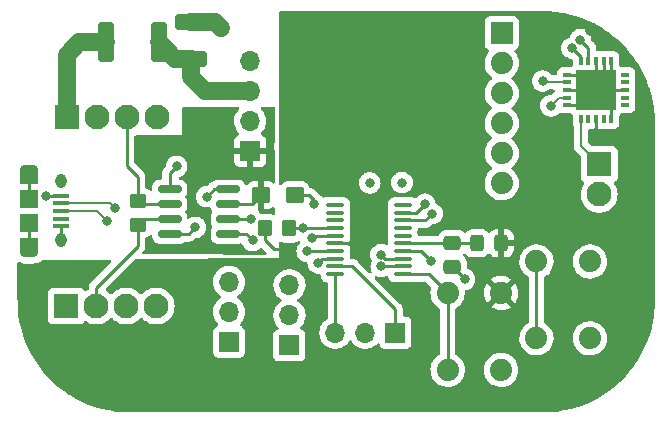
<source format=gbr>
%TF.GenerationSoftware,KiCad,Pcbnew,6.0.11-2627ca5db0~126~ubuntu22.04.1*%
%TF.CreationDate,2023-02-28T18:25:52-05:00*%
%TF.ProjectId,canbus-thermocouple,63616e62-7573-42d7-9468-65726d6f636f,1.0*%
%TF.SameCoordinates,Original*%
%TF.FileFunction,Copper,L1,Top*%
%TF.FilePolarity,Positive*%
%FSLAX46Y46*%
G04 Gerber Fmt 4.6, Leading zero omitted, Abs format (unit mm)*
G04 Created by KiCad (PCBNEW 6.0.11-2627ca5db0~126~ubuntu22.04.1) date 2023-02-28 18:25:52*
%MOMM*%
%LPD*%
G01*
G04 APERTURE LIST*
G04 Aperture macros list*
%AMRoundRect*
0 Rectangle with rounded corners*
0 $1 Rounding radius*
0 $2 $3 $4 $5 $6 $7 $8 $9 X,Y pos of 4 corners*
0 Add a 4 corners polygon primitive as box body*
4,1,4,$2,$3,$4,$5,$6,$7,$8,$9,$2,$3,0*
0 Add four circle primitives for the rounded corners*
1,1,$1+$1,$2,$3*
1,1,$1+$1,$4,$5*
1,1,$1+$1,$6,$7*
1,1,$1+$1,$8,$9*
0 Add four rect primitives between the rounded corners*
20,1,$1+$1,$2,$3,$4,$5,0*
20,1,$1+$1,$4,$5,$6,$7,0*
20,1,$1+$1,$6,$7,$8,$9,0*
20,1,$1+$1,$8,$9,$2,$3,0*%
G04 Aperture macros list end*
%TA.AperFunction,ComponentPad*%
%ADD10R,1.700000X1.700000*%
%TD*%
%TA.AperFunction,ComponentPad*%
%ADD11O,1.700000X1.700000*%
%TD*%
%TA.AperFunction,ComponentPad*%
%ADD12R,2.100000X2.100000*%
%TD*%
%TA.AperFunction,ComponentPad*%
%ADD13C,2.100000*%
%TD*%
%TA.AperFunction,SMDPad,CuDef*%
%ADD14R,0.762000X0.304800*%
%TD*%
%TA.AperFunction,SMDPad,CuDef*%
%ADD15R,0.304800X0.762000*%
%TD*%
%TA.AperFunction,SMDPad,CuDef*%
%ADD16R,3.352800X3.352800*%
%TD*%
%TA.AperFunction,SMDPad,CuDef*%
%ADD17RoundRect,0.250000X0.450000X-0.350000X0.450000X0.350000X-0.450000X0.350000X-0.450000X-0.350000X0*%
%TD*%
%TA.AperFunction,SMDPad,CuDef*%
%ADD18RoundRect,0.250000X-0.475000X0.337500X-0.475000X-0.337500X0.475000X-0.337500X0.475000X0.337500X0*%
%TD*%
%TA.AperFunction,ComponentPad*%
%ADD19C,1.879600*%
%TD*%
%TA.AperFunction,SMDPad,CuDef*%
%ADD20RoundRect,0.250000X-0.350000X-0.450000X0.350000X-0.450000X0.350000X0.450000X-0.350000X0.450000X0*%
%TD*%
%TA.AperFunction,ComponentPad*%
%ADD21R,1.879600X1.879600*%
%TD*%
%TA.AperFunction,SMDPad,CuDef*%
%ADD22RoundRect,0.250000X-0.400000X-1.450000X0.400000X-1.450000X0.400000X1.450000X-0.400000X1.450000X0*%
%TD*%
%TA.AperFunction,SMDPad,CuDef*%
%ADD23RoundRect,0.250000X-0.537500X-0.425000X0.537500X-0.425000X0.537500X0.425000X-0.537500X0.425000X0*%
%TD*%
%TA.AperFunction,SMDPad,CuDef*%
%ADD24RoundRect,0.250000X1.100000X-0.412500X1.100000X0.412500X-1.100000X0.412500X-1.100000X-0.412500X0*%
%TD*%
%TA.AperFunction,SMDPad,CuDef*%
%ADD25RoundRect,0.100000X0.637500X0.100000X-0.637500X0.100000X-0.637500X-0.100000X0.637500X-0.100000X0*%
%TD*%
%TA.AperFunction,SMDPad,CuDef*%
%ADD26R,1.350000X0.400000*%
%TD*%
%TA.AperFunction,SMDPad,CuDef*%
%ADD27R,1.550000X1.500000*%
%TD*%
%TA.AperFunction,SMDPad,CuDef*%
%ADD28R,1.550000X1.200000*%
%TD*%
%TA.AperFunction,ComponentPad*%
%ADD29O,0.950000X1.250000*%
%TD*%
%TA.AperFunction,ComponentPad*%
%ADD30O,1.550000X0.890000*%
%TD*%
%TA.AperFunction,SMDPad,CuDef*%
%ADD31RoundRect,0.250000X-0.325000X-0.450000X0.325000X-0.450000X0.325000X0.450000X-0.325000X0.450000X0*%
%TD*%
%TA.AperFunction,SMDPad,CuDef*%
%ADD32RoundRect,0.150000X0.825000X0.150000X-0.825000X0.150000X-0.825000X-0.150000X0.825000X-0.150000X0*%
%TD*%
%TA.AperFunction,ViaPad*%
%ADD33C,0.800000*%
%TD*%
%TA.AperFunction,Conductor*%
%ADD34C,0.250000*%
%TD*%
%TA.AperFunction,Conductor*%
%ADD35C,0.200000*%
%TD*%
%TA.AperFunction,Conductor*%
%ADD36C,1.500000*%
%TD*%
G04 APERTURE END LIST*
D10*
%TO.P,U3,1,Vout*%
%TO.N,+5V*%
X75197300Y-80977600D03*
D11*
%TO.P,U3,2,GND*%
%TO.N,GND*%
X75197300Y-78437600D03*
%TO.P,U3,3,Vin*%
%TO.N,+12V*%
X75197300Y-75897600D03*
%TO.P,U3,4,EN*%
%TO.N,unconnected-(U3-Pad4)*%
X75197300Y-73357600D03*
%TD*%
D12*
%TO.P,J4,1,Pin_1*%
%TO.N,VIN+*%
X104750000Y-82100000D03*
D13*
%TO.P,J4,2,Pin_2*%
%TO.N,VIN-*%
X104750000Y-84640000D03*
%TD*%
D14*
%TO.P,U5,1,GND*%
%TO.N,GND*%
X102064300Y-74510000D03*
%TO.P,U5,2,VIN+*%
%TO.N,VIN+*%
X102064300Y-75160001D03*
%TO.P,U5,3,GND*%
%TO.N,GND*%
X102064300Y-75810000D03*
%TO.P,U5,4,VIN-*%
%TO.N,VIN-*%
X102064300Y-76459999D03*
%TO.P,U5,5,GND*%
%TO.N,GND*%
X102064300Y-77110000D03*
D15*
%TO.P,U5,6,VSENSE*%
%TO.N,VIN+*%
X103190000Y-78235700D03*
%TO.P,U5,7,SC_ALERT*%
%TO.N,unconnected-(U5-Pad7)*%
X103840001Y-78235700D03*
%TO.P,U5,8,VDD*%
%TO.N,+3V3*%
X104490000Y-78235700D03*
%TO.P,U5,9,OC_ALERT*%
%TO.N,unconnected-(U5-Pad9)*%
X105139999Y-78235700D03*
%TO.P,U5,10,GND*%
%TO.N,GND*%
X105790000Y-78235700D03*
D14*
%TO.P,U5,11,ALERT1*%
%TO.N,unconnected-(U5-Pad11)*%
X106915700Y-77110000D03*
%TO.P,U5,12,ALERT2*%
%TO.N,unconnected-(U5-Pad12)*%
X106915700Y-76459999D03*
%TO.P,U5,13,GND*%
%TO.N,GND*%
X106915700Y-75810000D03*
%TO.P,U5,14,ALERT3*%
%TO.N,unconnected-(U5-Pad14)*%
X106915700Y-75160001D03*
%TO.P,U5,15,ALERT4*%
%TO.N,unconnected-(U5-Pad15)*%
X106915700Y-74510000D03*
D15*
%TO.P,U5,16,ADDR*%
%TO.N,GND*%
X105790000Y-73384300D03*
%TO.P,U5,17,GND*%
X105139999Y-73384300D03*
%TO.P,U5,18,GND*%
X104490000Y-73384300D03*
%TO.P,U5,19,SCL*%
%TO.N,SCL*%
X103840001Y-73384300D03*
%TO.P,U5,20,SDA*%
%TO.N,SDA*%
X103190000Y-73384300D03*
D16*
%TO.P,U5,21,GND*%
%TO.N,GND*%
X104490000Y-75810000D03*
%TD*%
D10*
%TO.P,JP1,1,A*%
%TO.N,CAN_RX*%
X73400000Y-97140000D03*
D11*
%TO.P,JP1,2,C*%
%TO.N,Net-(JP1-Pad2)*%
X73400000Y-94600000D03*
%TO.P,JP1,3,B*%
%TO.N,USB_D-*%
X73400000Y-92060000D03*
%TD*%
D12*
%TO.P,J6,1,Pin_1*%
%TO.N,+BATT*%
X59625000Y-94100000D03*
D13*
%TO.P,J6,2,Pin_2*%
%TO.N,CANH*%
X62165000Y-94100000D03*
%TO.P,J6,3,Pin_3*%
%TO.N,CANL*%
X64705000Y-94100000D03*
%TO.P,J6,4,Pin_4*%
%TO.N,GND*%
X67245000Y-94100000D03*
%TD*%
D10*
%TO.P,J2,1,Pin_1*%
%TO.N,SWDIO*%
X87490000Y-96350000D03*
D11*
%TO.P,J2,2,Pin_2*%
%TO.N,GND*%
X84950000Y-96350000D03*
%TO.P,J2,3,Pin_3*%
%TO.N,SWDCLK*%
X82410000Y-96350000D03*
%TD*%
D17*
%TO.P,R8,1*%
%TO.N,CANH*%
X65700000Y-87200000D03*
%TO.P,R8,2*%
%TO.N,CANL*%
X65700000Y-85200000D03*
%TD*%
D18*
%TO.P,C5,1*%
%TO.N,/VDDA*%
X92325000Y-88762500D03*
%TO.P,C5,2*%
%TO.N,GND*%
X92325000Y-90837500D03*
%TD*%
D19*
%TO.P,S1,1,1*%
%TO.N,+3V3*%
X96435600Y-92998800D03*
%TO.P,S1,2,1*%
%TO.N,unconnected-(S1-Pad2)*%
X96435600Y-99501200D03*
%TO.P,S1,3,2*%
%TO.N,Net-(R1-Pad1)*%
X91914400Y-92998800D03*
%TO.P,S1,4,2*%
%TO.N,unconnected-(S1-Pad4)*%
X91914400Y-99501200D03*
%TD*%
D20*
%TO.P,R5,1*%
%TO.N,+3V3*%
X76475000Y-87525000D03*
%TO.P,R5,2*%
%TO.N,CAN_STBY*%
X78475000Y-87525000D03*
%TD*%
D21*
%TO.P,J3,1,DTR*%
%TO.N,unconnected-(J3-Pad1)*%
X96500000Y-70990000D03*
D19*
%TO.P,J3,2,RXD*%
%TO.N,RXD2*%
X96500000Y-73530000D03*
%TO.P,J3,3,TXD*%
%TO.N,TXD2*%
X96500000Y-76070000D03*
%TO.P,J3,4,VCC*%
%TO.N,Net-(J3-Pad4)*%
X96500000Y-78610000D03*
%TO.P,J3,5,CTS*%
%TO.N,unconnected-(J3-Pad5)*%
X96500000Y-81150000D03*
%TO.P,J3,6,GND*%
%TO.N,GND*%
X96500000Y-83690000D03*
%TD*%
D22*
%TO.P,F1,1*%
%TO.N,+BATT*%
X63000000Y-71775000D03*
%TO.P,F1,2*%
%TO.N,+12V*%
X67450000Y-71775000D03*
%TD*%
D23*
%TO.P,C6,1*%
%TO.N,+5V*%
X76100000Y-84725000D03*
%TO.P,C6,2*%
%TO.N,GND*%
X78975000Y-84725000D03*
%TD*%
D12*
%TO.P,J5,1,Pin_1*%
%TO.N,+BATT*%
X59660000Y-78075000D03*
D13*
%TO.P,J5,2,Pin_2*%
%TO.N,CANH*%
X62200000Y-78075000D03*
%TO.P,J5,3,Pin_3*%
%TO.N,CANL*%
X64740000Y-78075000D03*
%TO.P,J5,4,Pin_4*%
%TO.N,GND*%
X67280000Y-78075000D03*
%TD*%
D24*
%TO.P,C4,1*%
%TO.N,+12V*%
X70225000Y-73175000D03*
%TO.P,C4,2*%
%TO.N,GND*%
X70225000Y-70050000D03*
%TD*%
D25*
%TO.P,U2,1,PB8*%
%TO.N,Net-(R1-Pad1)*%
X88125000Y-91400000D03*
%TO.P,U2,2,PF0*%
%TO.N,SDA*%
X88125000Y-90750000D03*
%TO.P,U2,3,PF1*%
%TO.N,SCL*%
X88125000Y-90100000D03*
%TO.P,U2,4,NRST*%
%TO.N,~{RESET}*%
X88125000Y-89450000D03*
%TO.P,U2,5,VDDA*%
%TO.N,/VDDA*%
X88125000Y-88800000D03*
%TO.P,U2,6,PA0*%
%TO.N,VTHERM*%
X88125000Y-88150000D03*
%TO.P,U2,7,PA1*%
%TO.N,VBAT_MON*%
X88125000Y-87500000D03*
%TO.P,U2,8,PA2*%
%TO.N,TXD2*%
X88125000Y-86850000D03*
%TO.P,U2,9,PA3*%
%TO.N,RXD2*%
X88125000Y-86200000D03*
%TO.P,U2,10,PA4*%
%TO.N,~{SPI1_SS}*%
X88125000Y-85550000D03*
%TO.P,U2,11,PA5*%
%TO.N,SPI1_SCK*%
X82400000Y-85550000D03*
%TO.P,U2,12,PA6*%
%TO.N,SPI1_MISO*%
X82400000Y-86200000D03*
%TO.P,U2,13,PA7*%
%TO.N,SPI1_MOSI*%
X82400000Y-86850000D03*
%TO.P,U2,14,PB1*%
%TO.N,CAN_STBY*%
X82400000Y-87500000D03*
%TO.P,U2,15,VSS*%
%TO.N,GND*%
X82400000Y-88150000D03*
%TO.P,U2,16,VDD*%
%TO.N,+3V3*%
X82400000Y-88800000D03*
%TO.P,U2,17,PA9/PA11*%
%TO.N,Net-(JP1-Pad2)*%
X82400000Y-89450000D03*
%TO.P,U2,18,PA10/PA12*%
%TO.N,Net-(JP2-Pad2)*%
X82400000Y-90100000D03*
%TO.P,U2,19,PA13*%
%TO.N,SWDIO*%
X82400000Y-90750000D03*
%TO.P,U2,20,PA14*%
%TO.N,SWDCLK*%
X82400000Y-91400000D03*
%TD*%
D19*
%TO.P,S2,1,1*%
%TO.N,GND*%
X103960600Y-90323800D03*
%TO.P,S2,2,1*%
%TO.N,unconnected-(S2-Pad2)*%
X103960600Y-96826200D03*
%TO.P,S2,3,2*%
%TO.N,~{RESET}*%
X99439400Y-90323800D03*
%TO.P,S2,4,2*%
%TO.N,unconnected-(S2-Pad4)*%
X99439400Y-96826200D03*
%TD*%
D26*
%TO.P,J1,1,VBUS*%
%TO.N,VBUS*%
X59210000Y-84750000D03*
%TO.P,J1,2,D-*%
%TO.N,USB_D-*%
X59210000Y-85400000D03*
%TO.P,J1,3,D+*%
%TO.N,USB_D+*%
X59210000Y-86050000D03*
%TO.P,J1,4,ID*%
%TO.N,unconnected-(J1-Pad4)*%
X59210000Y-86700000D03*
%TO.P,J1,5,GND*%
%TO.N,GND*%
X59210000Y-87350000D03*
D27*
%TO.P,J1,6,Shield*%
X56510000Y-87050000D03*
X56510000Y-85050000D03*
D28*
X56510000Y-88950000D03*
D29*
X59210000Y-83550000D03*
D30*
X56510000Y-82550000D03*
X56510000Y-89550000D03*
D28*
X56510000Y-83150000D03*
D29*
X59210000Y-88550000D03*
%TD*%
D10*
%TO.P,JP2,1,A*%
%TO.N,CAN_TX*%
X78525000Y-97425000D03*
D11*
%TO.P,JP2,2,C*%
%TO.N,Net-(JP2-Pad2)*%
X78525000Y-94885000D03*
%TO.P,JP2,3,B*%
%TO.N,USB_D+*%
X78525000Y-92345000D03*
%TD*%
D31*
%TO.P,FB1,1*%
%TO.N,/VDDA*%
X94400000Y-88775000D03*
%TO.P,FB1,2*%
%TO.N,+3V3*%
X96450000Y-88775000D03*
%TD*%
D32*
%TO.P,U4,1,TXD*%
%TO.N,CAN_TX*%
X73325000Y-88015000D03*
%TO.P,U4,2,VSS*%
%TO.N,GND*%
X73325000Y-86745000D03*
%TO.P,U4,3,VDD*%
%TO.N,+5V*%
X73325000Y-85475000D03*
%TO.P,U4,4,RXD*%
%TO.N,CAN_RX*%
X73325000Y-84205000D03*
%TO.P,U4,5,Vio*%
%TO.N,+3V3*%
X68375000Y-84205000D03*
%TO.P,U4,6,CANL*%
%TO.N,CANL*%
X68375000Y-85475000D03*
%TO.P,U4,7,CANH*%
%TO.N,CANH*%
X68375000Y-86745000D03*
%TO.P,U4,8,STBY*%
%TO.N,CAN_STBY*%
X68375000Y-88015000D03*
%TD*%
D33*
%TO.N,+3V3*%
X85300000Y-78300000D03*
%TO.N,SDA*%
X102443245Y-72256755D03*
%TO.N,SCL*%
X103150000Y-71550000D03*
%TO.N,SDA*%
X88050000Y-83650000D03*
%TO.N,SCL*%
X85325000Y-83675000D03*
%TO.N,SDA*%
X86300000Y-90750000D03*
%TO.N,SCL*%
X86275000Y-89750000D03*
%TO.N,VIN-*%
X100650000Y-77150000D03*
%TO.N,VIN+*%
X99950000Y-75050000D03*
%TO.N,+3V3*%
X98675000Y-80075000D03*
X103975000Y-70775000D03*
%TO.N,GND*%
X104575000Y-75775000D03*
X80450000Y-88350000D03*
X72725000Y-70575000D03*
X93350000Y-91850000D03*
X80600000Y-85425000D03*
X75300000Y-86775000D03*
%TO.N,+3V3*%
X78150000Y-80600000D03*
X85100000Y-88800000D03*
X93575000Y-81950000D03*
X78750000Y-89250000D03*
X68975000Y-82275000D03*
%TO.N,VBUS*%
X57884502Y-84775000D03*
%TO.N,USB_D-*%
X63750000Y-85825000D03*
%TO.N,USB_D+*%
X63050000Y-86875000D03*
%TO.N,CAN_RX*%
X71525000Y-84850000D03*
%TO.N,Net-(JP1-Pad2)*%
X80025000Y-89475000D03*
%TO.N,CAN_TX*%
X75400000Y-88550000D03*
%TO.N,Net-(JP2-Pad2)*%
X80950000Y-90450000D03*
%TO.N,CAN_STBY*%
X70550000Y-87450000D03*
X79650000Y-87500000D03*
%TO.N,TXD2*%
X90600000Y-86275000D03*
%TO.N,RXD2*%
X89990592Y-85482770D03*
%TO.N,~{RESET}*%
X90475000Y-90300000D03*
%TD*%
D34*
%TO.N,SDA*%
X103190000Y-73003510D02*
X102443245Y-72256755D01*
X103190000Y-73384300D02*
X103190000Y-73003510D01*
%TO.N,SCL*%
X103840001Y-72240001D02*
X103150000Y-71550000D01*
X103840001Y-73384300D02*
X103840001Y-72240001D01*
%TO.N,SDA*%
X88125000Y-90750000D02*
X86300000Y-90750000D01*
%TO.N,SCL*%
X86625000Y-90100000D02*
X86275000Y-89750000D01*
X88125000Y-90100000D02*
X86625000Y-90100000D01*
D35*
%TO.N,VIN-*%
X101340001Y-76459999D02*
X100650000Y-77150000D01*
X102064300Y-76459999D02*
X101340001Y-76459999D01*
%TO.N,VIN+*%
X100060001Y-75160001D02*
X99950000Y-75050000D01*
X102064300Y-75160001D02*
X100060001Y-75160001D01*
D34*
%TO.N,GND*%
X105139999Y-73384300D02*
X105139999Y-75160001D01*
X105139999Y-75160001D02*
X104490000Y-75810000D01*
X105790000Y-73384300D02*
X105790000Y-74560000D01*
X105790000Y-74560000D02*
X104575000Y-75775000D01*
X104490000Y-73384300D02*
X104490000Y-75810000D01*
X102064300Y-77110000D02*
X103190000Y-77110000D01*
X103190000Y-77110000D02*
X104490000Y-75810000D01*
X102064300Y-74510000D02*
X103190000Y-74510000D01*
X103190000Y-74510000D02*
X104490000Y-75810000D01*
X102064300Y-75810000D02*
X104490000Y-75810000D01*
X106915700Y-75810000D02*
X104610000Y-75810000D01*
X104610000Y-75810000D02*
X104575000Y-75775000D01*
X105790000Y-78235700D02*
X105790000Y-77110000D01*
X105790000Y-77110000D02*
X104490000Y-75810000D01*
%TO.N,+3V3*%
X104490000Y-78235700D02*
X104490000Y-79535000D01*
D35*
%TO.N,VIN+*%
X103190000Y-78235700D02*
X103190000Y-80540000D01*
X103190000Y-80540000D02*
X104750000Y-82100000D01*
D34*
%TO.N,GND*%
X104540000Y-75810000D02*
X104575000Y-75775000D01*
X104490000Y-75810000D02*
X104540000Y-75810000D01*
D36*
X70225000Y-70050000D02*
X72200000Y-70050000D01*
D34*
X75300000Y-86775000D02*
X73355000Y-86775000D01*
X92337500Y-90837500D02*
X93350000Y-91850000D01*
D36*
X72200000Y-70050000D02*
X72725000Y-70575000D01*
D34*
X78975000Y-84725000D02*
X80175000Y-84725000D01*
X80600000Y-85150000D02*
X80600000Y-85425000D01*
X73355000Y-86775000D02*
X73325000Y-86745000D01*
X92325000Y-90837500D02*
X92337500Y-90837500D01*
X80175000Y-84725000D02*
X80600000Y-85150000D01*
X56510000Y-87050000D02*
X56510000Y-89550000D01*
X56510000Y-85050000D02*
X56510000Y-82550000D01*
X59210000Y-87350000D02*
X59210000Y-88550000D01*
X80650000Y-88150000D02*
X80450000Y-88350000D01*
X82400000Y-88150000D02*
X80650000Y-88150000D01*
%TO.N,+3V3*%
X77175000Y-89250000D02*
X76475000Y-88550000D01*
X68375000Y-82875000D02*
X68975000Y-82275000D01*
X68375000Y-84205000D02*
X68375000Y-82875000D01*
X76475000Y-88550000D02*
X76475000Y-87525000D01*
X82400000Y-88800000D02*
X84700000Y-88800000D01*
X84700000Y-88800000D02*
X85100000Y-88800000D01*
X78750000Y-89250000D02*
X77175000Y-89250000D01*
D36*
%TO.N,+12V*%
X71397600Y-75922600D02*
X75247300Y-75922600D01*
X67450000Y-71775000D02*
X68850000Y-73175000D01*
X68850000Y-73175000D02*
X70225000Y-73175000D01*
X70225000Y-74750000D02*
X71397600Y-75922600D01*
X70225000Y-73175000D02*
X70225000Y-74750000D01*
D34*
%TO.N,+5V*%
X73325000Y-85475000D02*
X75350000Y-85475000D01*
X75350000Y-85475000D02*
X76100000Y-84725000D01*
%TO.N,+BATT*%
X59625000Y-78110000D02*
X59660000Y-78075000D01*
D36*
X59660000Y-72840000D02*
X60725000Y-71775000D01*
X59660000Y-78075000D02*
X59660000Y-72840000D01*
X60725000Y-71775000D02*
X63000000Y-71775000D01*
D34*
%TO.N,VBUS*%
X57909502Y-84750000D02*
X57884502Y-84775000D01*
X59210000Y-84750000D02*
X57909502Y-84750000D01*
D35*
%TO.N,USB_D-*%
X59210000Y-85400000D02*
X63325000Y-85400000D01*
X63325000Y-85400000D02*
X63750000Y-85825000D01*
%TO.N,USB_D+*%
X62225000Y-86050000D02*
X63050000Y-86875000D01*
X59210000Y-86050000D02*
X62225000Y-86050000D01*
D34*
%TO.N,CANH*%
X65700000Y-87200000D02*
X65700000Y-89000000D01*
X65700000Y-89000000D02*
X62165000Y-92535000D01*
X66155000Y-86745000D02*
X65700000Y-87200000D01*
X68375000Y-86745000D02*
X66155000Y-86745000D01*
X62165000Y-92535000D02*
X62165000Y-94100000D01*
%TO.N,CANL*%
X64740000Y-82240000D02*
X64740000Y-78075000D01*
X65700000Y-83200000D02*
X64740000Y-82240000D01*
X65700000Y-85200000D02*
X65700000Y-83200000D01*
X68375000Y-85475000D02*
X65975000Y-85475000D01*
X65975000Y-85475000D02*
X65700000Y-85200000D01*
%TO.N,CAN_RX*%
X73325000Y-84205000D02*
X72170000Y-84205000D01*
X72170000Y-84205000D02*
X71525000Y-84850000D01*
%TO.N,Net-(JP1-Pad2)*%
X80050000Y-89450000D02*
X82400000Y-89450000D01*
X80025000Y-89475000D02*
X80050000Y-89450000D01*
%TO.N,CAN_TX*%
X74865000Y-88015000D02*
X75400000Y-88550000D01*
X73325000Y-88015000D02*
X74865000Y-88015000D01*
%TO.N,Net-(JP2-Pad2)*%
X81300000Y-90100000D02*
X80950000Y-90450000D01*
X82400000Y-90100000D02*
X81300000Y-90100000D01*
%TO.N,Net-(R1-Pad1)*%
X88125000Y-91400000D02*
X90315600Y-91400000D01*
X91914400Y-92998800D02*
X91914400Y-99501200D01*
X90315600Y-91400000D02*
X91914400Y-92998800D01*
%TO.N,CAN_STBY*%
X68375000Y-88015000D02*
X69985000Y-88015000D01*
X78475000Y-87525000D02*
X79625000Y-87525000D01*
X69985000Y-88015000D02*
X70550000Y-87450000D01*
X79625000Y-87525000D02*
X79650000Y-87500000D01*
X78100000Y-87500000D02*
X79650000Y-87500000D01*
X82400000Y-87500000D02*
X79650000Y-87500000D01*
%TO.N,TXD2*%
X90025000Y-86850000D02*
X90600000Y-86275000D01*
X88125000Y-86850000D02*
X90025000Y-86850000D01*
%TO.N,RXD2*%
X89273362Y-86200000D02*
X89990592Y-85482770D01*
X88125000Y-86200000D02*
X89273362Y-86200000D01*
%TO.N,SWDIO*%
X82400000Y-90750000D02*
X83850000Y-90750000D01*
X83850000Y-90750000D02*
X87490000Y-94390000D01*
X87490000Y-94390000D02*
X87490000Y-96350000D01*
%TO.N,SWDCLK*%
X82400000Y-91400000D02*
X82410000Y-91410000D01*
X82410000Y-91410000D02*
X82410000Y-96350000D01*
%TO.N,~{RESET}*%
X89625000Y-89450000D02*
X90475000Y-90300000D01*
X99439400Y-90323800D02*
X99439400Y-96826200D01*
X88125000Y-89450000D02*
X89625000Y-89450000D01*
%TO.N,/VDDA*%
X92287500Y-88800000D02*
X92325000Y-88762500D01*
X88125000Y-88800000D02*
X92287500Y-88800000D01*
X94400000Y-88775000D02*
X92337500Y-88775000D01*
X92337500Y-88775000D02*
X92325000Y-88762500D01*
%TD*%
%TA.AperFunction,Conductor*%
%TO.N,+5V*%
G36*
X77266451Y-77245371D02*
G01*
X77313281Y-77298733D01*
X77325000Y-77351797D01*
X77325000Y-80181961D01*
X77315143Y-80228337D01*
X77315473Y-80228444D01*
X77256458Y-80410072D01*
X77236496Y-80600000D01*
X77256458Y-80789928D01*
X77314454Y-80968420D01*
X77315473Y-80971556D01*
X77315143Y-80971663D01*
X77325000Y-81018039D01*
X77325000Y-83611515D01*
X77304998Y-83679636D01*
X77251342Y-83726129D01*
X77181068Y-83736233D01*
X77120908Y-83710397D01*
X77104260Y-83697249D01*
X76966257Y-83612184D01*
X76953076Y-83606037D01*
X76798790Y-83554862D01*
X76785414Y-83551995D01*
X76691062Y-83542328D01*
X76684645Y-83542000D01*
X76372115Y-83542000D01*
X76356876Y-83546475D01*
X76355671Y-83547865D01*
X76354000Y-83555548D01*
X76354000Y-85889884D01*
X76358475Y-85905123D01*
X76359865Y-85906328D01*
X76367548Y-85907999D01*
X76684595Y-85907999D01*
X76691114Y-85907662D01*
X76786706Y-85897743D01*
X76800100Y-85894851D01*
X76954284Y-85843412D01*
X76967462Y-85837239D01*
X77105312Y-85751934D01*
X77120738Y-85739708D01*
X77186548Y-85713072D01*
X77256312Y-85726244D01*
X77307880Y-85775042D01*
X77325000Y-85838455D01*
X77325000Y-86268699D01*
X77304998Y-86336820D01*
X77251342Y-86383313D01*
X77181068Y-86393417D01*
X77149624Y-86384048D01*
X77147738Y-86382885D01*
X77140793Y-86380582D01*
X77140790Y-86380580D01*
X76986389Y-86329368D01*
X76986387Y-86329368D01*
X76979861Y-86327203D01*
X76973025Y-86326503D01*
X76973022Y-86326502D01*
X76929969Y-86322091D01*
X76875400Y-86316500D01*
X76157076Y-86316500D01*
X76088955Y-86296498D01*
X76047958Y-86253502D01*
X76042341Y-86243774D01*
X76039040Y-86238056D01*
X75922388Y-86108500D01*
X75915675Y-86101045D01*
X75915674Y-86101044D01*
X75911253Y-86096134D01*
X75878093Y-86072041D01*
X75834739Y-86015820D01*
X75828664Y-85945084D01*
X75840003Y-85922020D01*
X75846000Y-85894452D01*
X75846000Y-83560116D01*
X75841525Y-83544877D01*
X75840135Y-83543672D01*
X75832452Y-83542001D01*
X75515405Y-83542001D01*
X75508886Y-83542338D01*
X75413294Y-83552257D01*
X75399900Y-83555149D01*
X75245716Y-83606588D01*
X75232538Y-83612761D01*
X75094693Y-83698063D01*
X75083292Y-83707099D01*
X74963590Y-83827009D01*
X74961681Y-83825103D01*
X74913976Y-83858925D01*
X74843053Y-83862156D01*
X74781641Y-83826531D01*
X74759711Y-83793347D01*
X74759145Y-83791399D01*
X74751323Y-83778172D01*
X74678491Y-83655020D01*
X74678489Y-83655017D01*
X74674453Y-83648193D01*
X74556807Y-83530547D01*
X74549983Y-83526511D01*
X74549980Y-83526509D01*
X74420427Y-83449892D01*
X74420428Y-83449892D01*
X74413601Y-83445855D01*
X74405990Y-83443644D01*
X74405988Y-83443643D01*
X74343541Y-83425501D01*
X74253831Y-83399438D01*
X74247426Y-83398934D01*
X74247421Y-83398933D01*
X74218958Y-83396693D01*
X74218950Y-83396693D01*
X74216502Y-83396500D01*
X72433498Y-83396500D01*
X72431050Y-83396693D01*
X72431042Y-83396693D01*
X72402579Y-83398933D01*
X72402574Y-83398934D01*
X72396169Y-83399438D01*
X72306459Y-83425501D01*
X72244012Y-83443643D01*
X72244010Y-83443644D01*
X72236399Y-83445855D01*
X72229572Y-83449892D01*
X72229573Y-83449892D01*
X72100020Y-83526509D01*
X72100017Y-83526511D01*
X72093193Y-83530547D01*
X72069194Y-83554546D01*
X72013675Y-83586214D01*
X72011203Y-83586526D01*
X72003834Y-83589443D01*
X72003832Y-83589444D01*
X71970092Y-83602802D01*
X71958865Y-83606646D01*
X71916407Y-83618982D01*
X71909581Y-83623019D01*
X71898972Y-83629293D01*
X71881224Y-83637988D01*
X71862383Y-83645448D01*
X71855967Y-83650110D01*
X71855966Y-83650110D01*
X71826613Y-83671436D01*
X71816693Y-83677952D01*
X71785465Y-83696420D01*
X71785462Y-83696422D01*
X71778638Y-83700458D01*
X71764317Y-83714779D01*
X71749284Y-83727619D01*
X71732893Y-83739528D01*
X71727840Y-83745636D01*
X71704708Y-83773598D01*
X71696718Y-83782378D01*
X71574501Y-83904595D01*
X71512189Y-83938621D01*
X71485406Y-83941500D01*
X71429513Y-83941500D01*
X71423061Y-83942872D01*
X71423056Y-83942872D01*
X71336113Y-83961353D01*
X71242712Y-83981206D01*
X71236682Y-83983891D01*
X71236681Y-83983891D01*
X71074278Y-84056197D01*
X71074276Y-84056198D01*
X71068248Y-84058882D01*
X70913747Y-84171134D01*
X70909326Y-84176044D01*
X70909325Y-84176045D01*
X70813267Y-84282729D01*
X70785960Y-84313056D01*
X70749820Y-84375652D01*
X70701797Y-84458831D01*
X70690473Y-84478444D01*
X70631458Y-84660072D01*
X70630768Y-84666633D01*
X70630768Y-84666635D01*
X70617644Y-84791502D01*
X70611496Y-84850000D01*
X70612186Y-84856565D01*
X70628372Y-85010562D01*
X70631458Y-85039928D01*
X70690473Y-85221556D01*
X70693776Y-85227278D01*
X70693777Y-85227279D01*
X70727686Y-85286010D01*
X70785960Y-85386944D01*
X70790378Y-85391851D01*
X70790379Y-85391852D01*
X70909325Y-85523955D01*
X70913747Y-85528866D01*
X71068248Y-85641118D01*
X71074276Y-85643802D01*
X71074278Y-85643803D01*
X71186929Y-85693958D01*
X71242712Y-85718794D01*
X71336113Y-85738647D01*
X71423056Y-85757128D01*
X71423061Y-85757128D01*
X71429513Y-85758500D01*
X71620487Y-85758500D01*
X71626939Y-85757128D01*
X71626944Y-85757128D01*
X71708896Y-85739708D01*
X71725494Y-85736180D01*
X71796284Y-85741582D01*
X71852916Y-85784399D01*
X71872687Y-85824273D01*
X71889107Y-85880790D01*
X71895352Y-85895221D01*
X71971911Y-86024677D01*
X71977871Y-86032360D01*
X72003820Y-86098444D01*
X71989922Y-86168067D01*
X71979579Y-86184161D01*
X71975547Y-86188193D01*
X71890855Y-86331399D01*
X71888644Y-86339010D01*
X71888643Y-86339012D01*
X71881981Y-86361944D01*
X71844438Y-86491169D01*
X71843934Y-86497574D01*
X71843933Y-86497579D01*
X71842587Y-86514687D01*
X71841500Y-86528498D01*
X71841500Y-86961502D01*
X71844438Y-86998831D01*
X71890855Y-87158601D01*
X71975547Y-87301807D01*
X71978229Y-87304489D01*
X72003502Y-87368861D01*
X71989600Y-87438484D01*
X71979428Y-87454312D01*
X71975547Y-87458193D01*
X71890855Y-87601399D01*
X71844438Y-87761169D01*
X71841500Y-87798498D01*
X71841500Y-88231502D01*
X71844438Y-88268831D01*
X71890855Y-88428601D01*
X71898677Y-88441827D01*
X71971509Y-88564980D01*
X71971511Y-88564983D01*
X71975547Y-88571807D01*
X72093193Y-88689453D01*
X72100017Y-88693489D01*
X72100020Y-88693491D01*
X72174598Y-88737596D01*
X72236399Y-88774145D01*
X72244010Y-88776356D01*
X72244012Y-88776357D01*
X72296231Y-88791528D01*
X72396169Y-88820562D01*
X72402574Y-88821066D01*
X72402579Y-88821067D01*
X72431042Y-88823307D01*
X72431050Y-88823307D01*
X72433498Y-88823500D01*
X74216502Y-88823500D01*
X74218950Y-88823307D01*
X74218958Y-88823307D01*
X74247421Y-88821067D01*
X74247426Y-88821066D01*
X74253831Y-88820562D01*
X74260003Y-88818769D01*
X74260008Y-88818768D01*
X74325149Y-88799843D01*
X74391355Y-88780608D01*
X74462349Y-88780811D01*
X74521966Y-88819365D01*
X74546339Y-88862668D01*
X74565473Y-88921556D01*
X74660960Y-89086944D01*
X74665378Y-89091851D01*
X74665379Y-89091852D01*
X74693295Y-89122856D01*
X74788747Y-89228866D01*
X74873020Y-89290094D01*
X74911110Y-89317768D01*
X74943248Y-89341118D01*
X74949276Y-89343802D01*
X74949278Y-89343803D01*
X75111681Y-89416109D01*
X75117712Y-89418794D01*
X75211112Y-89438647D01*
X75298056Y-89457128D01*
X75298061Y-89457128D01*
X75304513Y-89458500D01*
X75495487Y-89458500D01*
X75501939Y-89457128D01*
X75501944Y-89457128D01*
X75588888Y-89438647D01*
X75682288Y-89418794D01*
X75688319Y-89416109D01*
X75850722Y-89343803D01*
X75850724Y-89343802D01*
X75856752Y-89341118D01*
X75888891Y-89317768D01*
X76002728Y-89235060D01*
X76011253Y-89228866D01*
X76039299Y-89197718D01*
X76099745Y-89160479D01*
X76170729Y-89161831D01*
X76222030Y-89192934D01*
X76562739Y-89533643D01*
X76596765Y-89595955D01*
X76591700Y-89666770D01*
X76549153Y-89723606D01*
X76482633Y-89748417D01*
X76473457Y-89748738D01*
X69330670Y-89738157D01*
X66166438Y-89733469D01*
X66098348Y-89713366D01*
X66051935Y-89659641D01*
X66041935Y-89589353D01*
X66071524Y-89524816D01*
X66077531Y-89518374D01*
X66092253Y-89503652D01*
X66100539Y-89496112D01*
X66107018Y-89492000D01*
X66153644Y-89442348D01*
X66156398Y-89439507D01*
X66176135Y-89419770D01*
X66178615Y-89416573D01*
X66186320Y-89407551D01*
X66211159Y-89381100D01*
X66216586Y-89375321D01*
X66220405Y-89368375D01*
X66220407Y-89368372D01*
X66226348Y-89357566D01*
X66237199Y-89341047D01*
X66244758Y-89331301D01*
X66249614Y-89325041D01*
X66252759Y-89317772D01*
X66252762Y-89317768D01*
X66267174Y-89284463D01*
X66272391Y-89273813D01*
X66293695Y-89235060D01*
X66298733Y-89215437D01*
X66305137Y-89196734D01*
X66310033Y-89185420D01*
X66310033Y-89185419D01*
X66313181Y-89178145D01*
X66314420Y-89170322D01*
X66314423Y-89170312D01*
X66320099Y-89134476D01*
X66322505Y-89122856D01*
X66331528Y-89087711D01*
X66331528Y-89087710D01*
X66333500Y-89080030D01*
X66333500Y-89059776D01*
X66335051Y-89040065D01*
X66336980Y-89027886D01*
X66338220Y-89020057D01*
X66334059Y-88976038D01*
X66333500Y-88964181D01*
X66333500Y-88379197D01*
X66353502Y-88311076D01*
X66407158Y-88264583D01*
X66419623Y-88259674D01*
X66467002Y-88243867D01*
X66467004Y-88243866D01*
X66473946Y-88241550D01*
X66490184Y-88231502D01*
X66618120Y-88152332D01*
X66624348Y-88148478D01*
X66629521Y-88143296D01*
X66629526Y-88143292D01*
X66676327Y-88096409D01*
X66738609Y-88062329D01*
X66809429Y-88067332D01*
X66866302Y-88109829D01*
X66891171Y-88176327D01*
X66891500Y-88185426D01*
X66891500Y-88231502D01*
X66894438Y-88268831D01*
X66940855Y-88428601D01*
X66948677Y-88441827D01*
X67021509Y-88564980D01*
X67021511Y-88564983D01*
X67025547Y-88571807D01*
X67143193Y-88689453D01*
X67150017Y-88693489D01*
X67150020Y-88693491D01*
X67224598Y-88737596D01*
X67286399Y-88774145D01*
X67294010Y-88776356D01*
X67294012Y-88776357D01*
X67346231Y-88791528D01*
X67446169Y-88820562D01*
X67452574Y-88821066D01*
X67452579Y-88821067D01*
X67481042Y-88823307D01*
X67481050Y-88823307D01*
X67483498Y-88823500D01*
X69266502Y-88823500D01*
X69268950Y-88823307D01*
X69268958Y-88823307D01*
X69297421Y-88821067D01*
X69297426Y-88821066D01*
X69303831Y-88820562D01*
X69403769Y-88791528D01*
X69455988Y-88776357D01*
X69455990Y-88776356D01*
X69463601Y-88774145D01*
X69525402Y-88737596D01*
X69599980Y-88693491D01*
X69599983Y-88693489D01*
X69606807Y-88689453D01*
X69612416Y-88683844D01*
X69618675Y-88678989D01*
X69619844Y-88680496D01*
X69673167Y-88651379D01*
X69699950Y-88648500D01*
X69906233Y-88648500D01*
X69917416Y-88649027D01*
X69924909Y-88650702D01*
X69932835Y-88650453D01*
X69932836Y-88650453D01*
X69992986Y-88648562D01*
X69996945Y-88648500D01*
X70024856Y-88648500D01*
X70028791Y-88648003D01*
X70028856Y-88647995D01*
X70040693Y-88647062D01*
X70072951Y-88646048D01*
X70076970Y-88645922D01*
X70084889Y-88645673D01*
X70104343Y-88640021D01*
X70123700Y-88636013D01*
X70135930Y-88634468D01*
X70135931Y-88634468D01*
X70143797Y-88633474D01*
X70151168Y-88630555D01*
X70151170Y-88630555D01*
X70184912Y-88617196D01*
X70196142Y-88613351D01*
X70230983Y-88603229D01*
X70230984Y-88603229D01*
X70238593Y-88601018D01*
X70245412Y-88596985D01*
X70245417Y-88596983D01*
X70256028Y-88590707D01*
X70273776Y-88582012D01*
X70292617Y-88574552D01*
X70328387Y-88548564D01*
X70338307Y-88542048D01*
X70369535Y-88523580D01*
X70369538Y-88523578D01*
X70376362Y-88519542D01*
X70390683Y-88505221D01*
X70405717Y-88492380D01*
X70415694Y-88485131D01*
X70422107Y-88480472D01*
X70450298Y-88446395D01*
X70458288Y-88437616D01*
X70500499Y-88395405D01*
X70562811Y-88361379D01*
X70589594Y-88358500D01*
X70645487Y-88358500D01*
X70651939Y-88357128D01*
X70651944Y-88357128D01*
X70738888Y-88338647D01*
X70832288Y-88318794D01*
X70849623Y-88311076D01*
X71000722Y-88243803D01*
X71000724Y-88243802D01*
X71006752Y-88241118D01*
X71161253Y-88128866D01*
X71178394Y-88109829D01*
X71284621Y-87991852D01*
X71284622Y-87991851D01*
X71289040Y-87986944D01*
X71384527Y-87821556D01*
X71443542Y-87639928D01*
X71446792Y-87609012D01*
X71462814Y-87456565D01*
X71463504Y-87450000D01*
X71448030Y-87302775D01*
X71444232Y-87266635D01*
X71444232Y-87266633D01*
X71443542Y-87260072D01*
X71384527Y-87078444D01*
X71289040Y-86913056D01*
X71260686Y-86881565D01*
X71165675Y-86776045D01*
X71165674Y-86776044D01*
X71161253Y-86771134D01*
X71047673Y-86688613D01*
X71012094Y-86662763D01*
X71012093Y-86662762D01*
X71006752Y-86658882D01*
X71000724Y-86656198D01*
X71000722Y-86656197D01*
X70838319Y-86583891D01*
X70838318Y-86583891D01*
X70832288Y-86581206D01*
X70738888Y-86561353D01*
X70651944Y-86542872D01*
X70651939Y-86542872D01*
X70645487Y-86541500D01*
X70454513Y-86541500D01*
X70448061Y-86542872D01*
X70448056Y-86542872D01*
X70361112Y-86561353D01*
X70267712Y-86581206D01*
X70261682Y-86583891D01*
X70261681Y-86583891D01*
X70099278Y-86656197D01*
X70099276Y-86656198D01*
X70093248Y-86658882D01*
X70058559Y-86684085D01*
X69991694Y-86707942D01*
X69922543Y-86691862D01*
X69873062Y-86640949D01*
X69858500Y-86582148D01*
X69858500Y-86528498D01*
X69857413Y-86514687D01*
X69856067Y-86497579D01*
X69856066Y-86497574D01*
X69855562Y-86491169D01*
X69818019Y-86361944D01*
X69811357Y-86339012D01*
X69811356Y-86339010D01*
X69809145Y-86331399D01*
X69724453Y-86188193D01*
X69721771Y-86185511D01*
X69696498Y-86121139D01*
X69710400Y-86051516D01*
X69720572Y-86035688D01*
X69724453Y-86031807D01*
X69809145Y-85888601D01*
X69811415Y-85880790D01*
X69839418Y-85784399D01*
X69855562Y-85728831D01*
X69856564Y-85716109D01*
X69858307Y-85693958D01*
X69858307Y-85693950D01*
X69858500Y-85691502D01*
X69858500Y-85258498D01*
X69855562Y-85221169D01*
X69809145Y-85061399D01*
X69724453Y-84918193D01*
X69721771Y-84915511D01*
X69696498Y-84851139D01*
X69710400Y-84781516D01*
X69720572Y-84765688D01*
X69724453Y-84761807D01*
X69809145Y-84618601D01*
X69855562Y-84458831D01*
X69858500Y-84421502D01*
X69858500Y-83988498D01*
X69858307Y-83986042D01*
X69856067Y-83957579D01*
X69856066Y-83957574D01*
X69855562Y-83951169D01*
X69809145Y-83791399D01*
X69771426Y-83727620D01*
X69728491Y-83655020D01*
X69728489Y-83655017D01*
X69724453Y-83648193D01*
X69606807Y-83530547D01*
X69599983Y-83526511D01*
X69599980Y-83526509D01*
X69470427Y-83449892D01*
X69470428Y-83449892D01*
X69463601Y-83445855D01*
X69455990Y-83443644D01*
X69455988Y-83443643D01*
X69393541Y-83425501D01*
X69303831Y-83399438D01*
X69297426Y-83398934D01*
X69297421Y-83398933D01*
X69268956Y-83396693D01*
X69268952Y-83396693D01*
X69266502Y-83396500D01*
X69264029Y-83396500D01*
X69262166Y-83396427D01*
X69194881Y-83373773D01*
X69150525Y-83318337D01*
X69143181Y-83247722D01*
X69175181Y-83184345D01*
X69240901Y-83147278D01*
X69250826Y-83145168D01*
X69250830Y-83145167D01*
X69257288Y-83143794D01*
X69337616Y-83108030D01*
X69425722Y-83068803D01*
X69425724Y-83068802D01*
X69431752Y-83066118D01*
X69438384Y-83061300D01*
X69538091Y-82988858D01*
X69586253Y-82953866D01*
X69592969Y-82946407D01*
X69709621Y-82816852D01*
X69709622Y-82816851D01*
X69714040Y-82811944D01*
X69802018Y-82659562D01*
X69806223Y-82652279D01*
X69806224Y-82652278D01*
X69809527Y-82646556D01*
X69868542Y-82464928D01*
X69871785Y-82434079D01*
X69887814Y-82281565D01*
X69888504Y-82275000D01*
X69868542Y-82085072D01*
X69809527Y-81903444D01*
X69791528Y-81872269D01*
X73839301Y-81872269D01*
X73839671Y-81879090D01*
X73845195Y-81929952D01*
X73848821Y-81945204D01*
X73893976Y-82065654D01*
X73902514Y-82081249D01*
X73979015Y-82183324D01*
X73991576Y-82195885D01*
X74093651Y-82272386D01*
X74109246Y-82280924D01*
X74229694Y-82326078D01*
X74244949Y-82329705D01*
X74295814Y-82335231D01*
X74302628Y-82335600D01*
X74925185Y-82335600D01*
X74940424Y-82331125D01*
X74941629Y-82329735D01*
X74943300Y-82322052D01*
X74943300Y-82317484D01*
X75451300Y-82317484D01*
X75455775Y-82332723D01*
X75457165Y-82333928D01*
X75464848Y-82335599D01*
X76091969Y-82335599D01*
X76098790Y-82335229D01*
X76149652Y-82329705D01*
X76164904Y-82326079D01*
X76285354Y-82280924D01*
X76300949Y-82272386D01*
X76403024Y-82195885D01*
X76415585Y-82183324D01*
X76492086Y-82081249D01*
X76500624Y-82065654D01*
X76545778Y-81945206D01*
X76549405Y-81929951D01*
X76554931Y-81879086D01*
X76555300Y-81872272D01*
X76555300Y-81249715D01*
X76550825Y-81234476D01*
X76549435Y-81233271D01*
X76541752Y-81231600D01*
X75469415Y-81231600D01*
X75454176Y-81236075D01*
X75452971Y-81237465D01*
X75451300Y-81245148D01*
X75451300Y-82317484D01*
X74943300Y-82317484D01*
X74943300Y-81249715D01*
X74938825Y-81234476D01*
X74937435Y-81233271D01*
X74929752Y-81231600D01*
X73857416Y-81231600D01*
X73842177Y-81236075D01*
X73840972Y-81237465D01*
X73839301Y-81245148D01*
X73839301Y-81872269D01*
X69791528Y-81872269D01*
X69714040Y-81738056D01*
X69586253Y-81596134D01*
X69431752Y-81483882D01*
X69425724Y-81481198D01*
X69425722Y-81481197D01*
X69263319Y-81408891D01*
X69263318Y-81408891D01*
X69257288Y-81406206D01*
X69163888Y-81386353D01*
X69076944Y-81367872D01*
X69076939Y-81367872D01*
X69070487Y-81366500D01*
X68879513Y-81366500D01*
X68873061Y-81367872D01*
X68873056Y-81367872D01*
X68786112Y-81386353D01*
X68692712Y-81406206D01*
X68686682Y-81408891D01*
X68686681Y-81408891D01*
X68524278Y-81481197D01*
X68524276Y-81481198D01*
X68518248Y-81483882D01*
X68363747Y-81596134D01*
X68235960Y-81738056D01*
X68140473Y-81903444D01*
X68081458Y-82085072D01*
X68080768Y-82091633D01*
X68080768Y-82091635D01*
X68064093Y-82250292D01*
X68037080Y-82315949D01*
X68027878Y-82326217D01*
X67982747Y-82371348D01*
X67974461Y-82378888D01*
X67967982Y-82383000D01*
X67962557Y-82388777D01*
X67921357Y-82432651D01*
X67918602Y-82435493D01*
X67898865Y-82455230D01*
X67896385Y-82458427D01*
X67888682Y-82467447D01*
X67858414Y-82499679D01*
X67854595Y-82506625D01*
X67854593Y-82506628D01*
X67848652Y-82517434D01*
X67837801Y-82533953D01*
X67825386Y-82549959D01*
X67822241Y-82557228D01*
X67822238Y-82557232D01*
X67807826Y-82590537D01*
X67802609Y-82601187D01*
X67781305Y-82639940D01*
X67779334Y-82647615D01*
X67779334Y-82647616D01*
X67776267Y-82659562D01*
X67769863Y-82678266D01*
X67761819Y-82696855D01*
X67760580Y-82704678D01*
X67760577Y-82704688D01*
X67754901Y-82740524D01*
X67752495Y-82752144D01*
X67743472Y-82787289D01*
X67741500Y-82794970D01*
X67741500Y-82815224D01*
X67739949Y-82834934D01*
X67736780Y-82854943D01*
X67737526Y-82862835D01*
X67740941Y-82898961D01*
X67741500Y-82910819D01*
X67741500Y-83270500D01*
X67721498Y-83338621D01*
X67667842Y-83385114D01*
X67615500Y-83396500D01*
X67483498Y-83396500D01*
X67481050Y-83396693D01*
X67481042Y-83396693D01*
X67452579Y-83398933D01*
X67452574Y-83398934D01*
X67446169Y-83399438D01*
X67356459Y-83425501D01*
X67294012Y-83443643D01*
X67294010Y-83443644D01*
X67286399Y-83445855D01*
X67279572Y-83449892D01*
X67279573Y-83449892D01*
X67150020Y-83526509D01*
X67150017Y-83526511D01*
X67143193Y-83530547D01*
X67025547Y-83648193D01*
X67021511Y-83655017D01*
X67021509Y-83655020D01*
X66978574Y-83727620D01*
X66940855Y-83791399D01*
X66894438Y-83951169D01*
X66893934Y-83957574D01*
X66893933Y-83957579D01*
X66891693Y-83986042D01*
X66891500Y-83988498D01*
X66891500Y-84214608D01*
X66871498Y-84282729D01*
X66817842Y-84329222D01*
X66747568Y-84339326D01*
X66682988Y-84309832D01*
X66676483Y-84303781D01*
X66628488Y-84255870D01*
X66628483Y-84255866D01*
X66623303Y-84250695D01*
X66617072Y-84246854D01*
X66478968Y-84161725D01*
X66478966Y-84161724D01*
X66472738Y-84157885D01*
X66419832Y-84140337D01*
X66361473Y-84099906D01*
X66334236Y-84034342D01*
X66333500Y-84020744D01*
X66333500Y-83278767D01*
X66334027Y-83267584D01*
X66335702Y-83260091D01*
X66333562Y-83192014D01*
X66333500Y-83188055D01*
X66333500Y-83160144D01*
X66332995Y-83156144D01*
X66332062Y-83144301D01*
X66330922Y-83108030D01*
X66330673Y-83100111D01*
X66325021Y-83080657D01*
X66321013Y-83061300D01*
X66319468Y-83049070D01*
X66319468Y-83049069D01*
X66318474Y-83041203D01*
X66315555Y-83033830D01*
X66302196Y-83000088D01*
X66298351Y-82988858D01*
X66288229Y-82954017D01*
X66288229Y-82954016D01*
X66286018Y-82946407D01*
X66281985Y-82939588D01*
X66281983Y-82939583D01*
X66275707Y-82928972D01*
X66267012Y-82911224D01*
X66259552Y-82892383D01*
X66238085Y-82862835D01*
X66233564Y-82856613D01*
X66227048Y-82846693D01*
X66208580Y-82815465D01*
X66208578Y-82815462D01*
X66204542Y-82808638D01*
X66190221Y-82794317D01*
X66177380Y-82779283D01*
X66170131Y-82769306D01*
X66165472Y-82762893D01*
X66159368Y-82757843D01*
X66159363Y-82757838D01*
X66131402Y-82734707D01*
X66122621Y-82726717D01*
X65410404Y-82014499D01*
X65376379Y-81952187D01*
X65373500Y-81925404D01*
X65373500Y-79783874D01*
X65393502Y-79715753D01*
X65447158Y-79669260D01*
X65498436Y-79657878D01*
X67353689Y-79642244D01*
X69381887Y-79625153D01*
X69381888Y-79625153D01*
X69400000Y-79625000D01*
X69400000Y-77400207D01*
X69420002Y-77332086D01*
X69473658Y-77285593D01*
X69525205Y-77274210D01*
X70023825Y-77271064D01*
X74162374Y-77244954D01*
X74230620Y-77264525D01*
X74277450Y-77317887D01*
X74287997Y-77388095D01*
X74254263Y-77458001D01*
X74137929Y-77579738D01*
X74012043Y-77764280D01*
X73917988Y-77966905D01*
X73858289Y-78182170D01*
X73834551Y-78404295D01*
X73834848Y-78409448D01*
X73834848Y-78409451D01*
X73846842Y-78617468D01*
X73847410Y-78627315D01*
X73848547Y-78632361D01*
X73848548Y-78632367D01*
X73868419Y-78720539D01*
X73896522Y-78845239D01*
X73980566Y-79052216D01*
X74097287Y-79242688D01*
X74243550Y-79411538D01*
X74247525Y-79414838D01*
X74247531Y-79414844D01*
X74252725Y-79419156D01*
X74292359Y-79478060D01*
X74293855Y-79549041D01*
X74256739Y-79609562D01*
X74216468Y-79634080D01*
X74109246Y-79674276D01*
X74093651Y-79682814D01*
X73991576Y-79759315D01*
X73979015Y-79771876D01*
X73902514Y-79873951D01*
X73893976Y-79889546D01*
X73848822Y-80009994D01*
X73845195Y-80025249D01*
X73839669Y-80076114D01*
X73839300Y-80082928D01*
X73839300Y-80705485D01*
X73843775Y-80720724D01*
X73845165Y-80721929D01*
X73852848Y-80723600D01*
X76537184Y-80723600D01*
X76552423Y-80719125D01*
X76553628Y-80717735D01*
X76555299Y-80710052D01*
X76555299Y-80082931D01*
X76554929Y-80076110D01*
X76549405Y-80025248D01*
X76545779Y-80009996D01*
X76500624Y-79889546D01*
X76492086Y-79873951D01*
X76415585Y-79771876D01*
X76403024Y-79759315D01*
X76300949Y-79682814D01*
X76285354Y-79674276D01*
X76175113Y-79632948D01*
X76118349Y-79590306D01*
X76093649Y-79523745D01*
X76108857Y-79454396D01*
X76130404Y-79425715D01*
X76231730Y-79324744D01*
X76231740Y-79324732D01*
X76235396Y-79321089D01*
X76294894Y-79238289D01*
X76362735Y-79143877D01*
X76365753Y-79139677D01*
X76430490Y-79008692D01*
X76462436Y-78944053D01*
X76462437Y-78944051D01*
X76464730Y-78939411D01*
X76529670Y-78725669D01*
X76558829Y-78504190D01*
X76560456Y-78437600D01*
X76542152Y-78214961D01*
X76487731Y-77998302D01*
X76398654Y-77793440D01*
X76277314Y-77605877D01*
X76128889Y-77442760D01*
X76097838Y-77378914D01*
X76106233Y-77308415D01*
X76151409Y-77253647D01*
X76221286Y-77231963D01*
X77138271Y-77226178D01*
X77198205Y-77225800D01*
X77266451Y-77245371D01*
G37*
%TD.AperFunction*%
%TD*%
%TA.AperFunction,Conductor*%
%TO.N,+3V3*%
G36*
X99961288Y-69127468D02*
G01*
X99976121Y-69129778D01*
X99976125Y-69129778D01*
X99984994Y-69131159D01*
X100008118Y-69128135D01*
X100028399Y-69127135D01*
X100583290Y-69144571D01*
X100591190Y-69145068D01*
X100925772Y-69176694D01*
X101176940Y-69200436D01*
X101184776Y-69201426D01*
X101503895Y-69251968D01*
X101765890Y-69293463D01*
X101773666Y-69294946D01*
X102347862Y-69423292D01*
X102355528Y-69425261D01*
X102756319Y-69541700D01*
X102841683Y-69566500D01*
X102920513Y-69589402D01*
X102928030Y-69591844D01*
X103267511Y-69714064D01*
X103481618Y-69791147D01*
X103488977Y-69794061D01*
X104028934Y-70027719D01*
X104036096Y-70031089D01*
X104306439Y-70168834D01*
X104560326Y-70298195D01*
X104567247Y-70301999D01*
X105073704Y-70601514D01*
X105080367Y-70605743D01*
X105343747Y-70784735D01*
X105566975Y-70936440D01*
X105573379Y-70941092D01*
X106038283Y-71301707D01*
X106044382Y-71306753D01*
X106485706Y-71695829D01*
X106491476Y-71701247D01*
X106907503Y-72117272D01*
X106912922Y-72123042D01*
X107291707Y-72552685D01*
X107302018Y-72564381D01*
X107307063Y-72570481D01*
X107667664Y-73035363D01*
X107672317Y-73041766D01*
X107730189Y-73126921D01*
X107976505Y-73489361D01*
X108003025Y-73528384D01*
X108007261Y-73535060D01*
X108285839Y-74006104D01*
X108306760Y-74041480D01*
X108310568Y-74048407D01*
X108555188Y-74528496D01*
X108577686Y-74572650D01*
X108581055Y-74579809D01*
X108767638Y-75010973D01*
X108814720Y-75119773D01*
X108817632Y-75127128D01*
X108992517Y-75612883D01*
X109016933Y-75680701D01*
X109019378Y-75688226D01*
X109163901Y-76185669D01*
X109183529Y-76253229D01*
X109185495Y-76260888D01*
X109208267Y-76362763D01*
X109313838Y-76835057D01*
X109315322Y-76842832D01*
X109379511Y-77248091D01*
X109395689Y-77350230D01*
X109407366Y-77423956D01*
X109408357Y-77431804D01*
X109409194Y-77440651D01*
X109463728Y-78017550D01*
X109464225Y-78025450D01*
X109481416Y-78572430D01*
X109479978Y-78595771D01*
X109478958Y-78602319D01*
X109478958Y-78602325D01*
X109477577Y-78611194D01*
X109478741Y-78620096D01*
X109478741Y-78620098D01*
X109481704Y-78642753D01*
X109482768Y-78659091D01*
X109482768Y-93568101D01*
X109481268Y-93587486D01*
X109478958Y-93602319D01*
X109478958Y-93602323D01*
X109477577Y-93611192D01*
X109478741Y-93620094D01*
X109478741Y-93620096D01*
X109479218Y-93623744D01*
X109480379Y-93632617D01*
X109480599Y-93634302D01*
X109481601Y-93654597D01*
X109464163Y-94209486D01*
X109463666Y-94217385D01*
X109424704Y-94629570D01*
X109409566Y-94789715D01*
X109408298Y-94803125D01*
X109407307Y-94810970D01*
X109378714Y-94991500D01*
X109315265Y-95392100D01*
X109313786Y-95399856D01*
X109185432Y-95974073D01*
X109183475Y-95981694D01*
X109019888Y-96544767D01*
X109019326Y-96546701D01*
X109016884Y-96554217D01*
X108948124Y-96745205D01*
X108817583Y-97107797D01*
X108814669Y-97115156D01*
X108581009Y-97655116D01*
X108577646Y-97662264D01*
X108398761Y-98013344D01*
X108310531Y-98186504D01*
X108306718Y-98193440D01*
X108007221Y-98699863D01*
X108002979Y-98706547D01*
X107954693Y-98777598D01*
X107777809Y-99037875D01*
X107672279Y-99193157D01*
X107667632Y-99199553D01*
X107307007Y-99664469D01*
X107301985Y-99670538D01*
X106979627Y-100036182D01*
X106912888Y-100111882D01*
X106907469Y-100117652D01*
X106491452Y-100533669D01*
X106485683Y-100539087D01*
X106044338Y-100928185D01*
X106038269Y-100933207D01*
X105885778Y-101051491D01*
X105573360Y-101293827D01*
X105566957Y-101298479D01*
X105080347Y-101629179D01*
X105073663Y-101633421D01*
X104567240Y-101932918D01*
X104560306Y-101936730D01*
X104036064Y-102203846D01*
X104028916Y-102207209D01*
X103488956Y-102440869D01*
X103481597Y-102443783D01*
X103204813Y-102543431D01*
X102928017Y-102643084D01*
X102920513Y-102645522D01*
X102355494Y-102809675D01*
X102347873Y-102811632D01*
X101773656Y-102939986D01*
X101765900Y-102941465D01*
X101431794Y-102994382D01*
X101184770Y-103033507D01*
X101176931Y-103034497D01*
X101011993Y-103050088D01*
X100591185Y-103089866D01*
X100583286Y-103090363D01*
X100035968Y-103107563D01*
X100012626Y-103106125D01*
X100006418Y-103105158D01*
X100006413Y-103105158D01*
X99997544Y-103103777D01*
X99988642Y-103104941D01*
X99988640Y-103104941D01*
X99974434Y-103106799D01*
X99965982Y-103107904D01*
X99949647Y-103108968D01*
X65040635Y-103108968D01*
X65021250Y-103107468D01*
X65006417Y-103105158D01*
X65006413Y-103105158D01*
X64997544Y-103103777D01*
X64988642Y-103104941D01*
X64988640Y-103104941D01*
X64980844Y-103105961D01*
X64974431Y-103106799D01*
X64954139Y-103107801D01*
X64399250Y-103090363D01*
X64391350Y-103089866D01*
X64054857Y-103058058D01*
X63805603Y-103034496D01*
X63797767Y-103033506D01*
X63216645Y-102941466D01*
X63208877Y-102939983D01*
X62634687Y-102811636D01*
X62627020Y-102809668D01*
X62356581Y-102731098D01*
X62062024Y-102645521D01*
X62054521Y-102643083D01*
X61500925Y-102443777D01*
X61493597Y-102440875D01*
X60953606Y-102207200D01*
X60946474Y-102203844D01*
X60422233Y-101936730D01*
X60415297Y-101932917D01*
X60347544Y-101892848D01*
X59908859Y-101633411D01*
X59902207Y-101629189D01*
X59415574Y-101298473D01*
X59409185Y-101293831D01*
X58944269Y-100933206D01*
X58938200Y-100928184D01*
X58496856Y-100539087D01*
X58491086Y-100533668D01*
X58075069Y-100117651D01*
X58069650Y-100111881D01*
X57680567Y-99670552D01*
X57675521Y-99664453D01*
X57364777Y-99263844D01*
X57314907Y-99199552D01*
X57310260Y-99193155D01*
X56979560Y-98706544D01*
X56975318Y-98699861D01*
X56675821Y-98193439D01*
X56672008Y-98186503D01*
X56583779Y-98013344D01*
X56404894Y-97662263D01*
X56401538Y-97655131D01*
X56167864Y-97115141D01*
X56164962Y-97107811D01*
X55965655Y-96554215D01*
X55963217Y-96546712D01*
X55839604Y-96121233D01*
X55799071Y-95981717D01*
X55797103Y-95974050D01*
X55668756Y-95399860D01*
X55667272Y-95392085D01*
X55665652Y-95381857D01*
X55575233Y-94810969D01*
X55574242Y-94803125D01*
X55572975Y-94789715D01*
X55537960Y-94419297D01*
X55518874Y-94217386D01*
X55518377Y-94209486D01*
X55501176Y-93662149D01*
X55502614Y-93638805D01*
X55503578Y-93632617D01*
X55503578Y-93632612D01*
X55504959Y-93623744D01*
X55502753Y-93606870D01*
X55500832Y-93592185D01*
X55499768Y-93575847D01*
X55499768Y-90479761D01*
X55519770Y-90411640D01*
X55573426Y-90365147D01*
X55643700Y-90355043D01*
X55698038Y-90376548D01*
X55712427Y-90386623D01*
X55770238Y-90411640D01*
X55858883Y-90450000D01*
X55890204Y-90463554D01*
X55896452Y-90464859D01*
X55896451Y-90464859D01*
X56075073Y-90502176D01*
X56075077Y-90502176D01*
X56079818Y-90503167D01*
X56086172Y-90503500D01*
X56888408Y-90503500D01*
X56934161Y-90498853D01*
X57026368Y-90489487D01*
X57026370Y-90489487D01*
X57032716Y-90488842D01*
X57217561Y-90430915D01*
X57386982Y-90337003D01*
X57391824Y-90332853D01*
X57391831Y-90332848D01*
X57487901Y-90250506D01*
X57552640Y-90221362D01*
X57568826Y-90220179D01*
X63327466Y-90171377D01*
X63395753Y-90190801D01*
X63442699Y-90244060D01*
X63453398Y-90314246D01*
X63424453Y-90379075D01*
X63417628Y-90386467D01*
X61772747Y-92031348D01*
X61764461Y-92038888D01*
X61757982Y-92043000D01*
X61752557Y-92048777D01*
X61711357Y-92092651D01*
X61708602Y-92095493D01*
X61688865Y-92115230D01*
X61686385Y-92118427D01*
X61678682Y-92127447D01*
X61648414Y-92159679D01*
X61644595Y-92166625D01*
X61644593Y-92166628D01*
X61638652Y-92177434D01*
X61627801Y-92193953D01*
X61615386Y-92209959D01*
X61612241Y-92217228D01*
X61612238Y-92217232D01*
X61597826Y-92250537D01*
X61592609Y-92261187D01*
X61571305Y-92299940D01*
X61569334Y-92307615D01*
X61569334Y-92307616D01*
X61566267Y-92319562D01*
X61559863Y-92338266D01*
X61551819Y-92356855D01*
X61550580Y-92364678D01*
X61550577Y-92364688D01*
X61544901Y-92400524D01*
X61542495Y-92412144D01*
X61533472Y-92447289D01*
X61531500Y-92454970D01*
X61531500Y-92475224D01*
X61529949Y-92494934D01*
X61526780Y-92514943D01*
X61527526Y-92522835D01*
X61530941Y-92558961D01*
X61531500Y-92570819D01*
X61531500Y-92591454D01*
X61511498Y-92659575D01*
X61462703Y-92703721D01*
X61459846Y-92705177D01*
X61455268Y-92707073D01*
X61451044Y-92709662D01*
X61451043Y-92709662D01*
X61277788Y-92815832D01*
X61209255Y-92834370D01*
X61141578Y-92812913D01*
X61111128Y-92783965D01*
X61098179Y-92766687D01*
X61038261Y-92686739D01*
X60921705Y-92599385D01*
X60785316Y-92548255D01*
X60723134Y-92541500D01*
X58526866Y-92541500D01*
X58464684Y-92548255D01*
X58328295Y-92599385D01*
X58211739Y-92686739D01*
X58124385Y-92803295D01*
X58073255Y-92939684D01*
X58066500Y-93001866D01*
X58066500Y-95198134D01*
X58073255Y-95260316D01*
X58124385Y-95396705D01*
X58211739Y-95513261D01*
X58328295Y-95600615D01*
X58464684Y-95651745D01*
X58526866Y-95658500D01*
X60723134Y-95658500D01*
X60785316Y-95651745D01*
X60921705Y-95600615D01*
X61038261Y-95513261D01*
X61111128Y-95416035D01*
X61167988Y-95373521D01*
X61238806Y-95368496D01*
X61277788Y-95384168D01*
X61303395Y-95399860D01*
X61455268Y-95492927D01*
X61526946Y-95522617D01*
X61677335Y-95584911D01*
X61677337Y-95584912D01*
X61681908Y-95586805D01*
X61716997Y-95595229D01*
X61915630Y-95642917D01*
X61915636Y-95642918D01*
X61920443Y-95644072D01*
X62165000Y-95663319D01*
X62409557Y-95644072D01*
X62414364Y-95642918D01*
X62414370Y-95642917D01*
X62613003Y-95595229D01*
X62648092Y-95586805D01*
X62652663Y-95584912D01*
X62652665Y-95584911D01*
X62803054Y-95522617D01*
X62874732Y-95492927D01*
X63026605Y-95399860D01*
X63079670Y-95367342D01*
X63079673Y-95367340D01*
X63083896Y-95364752D01*
X63101347Y-95349848D01*
X63266677Y-95208641D01*
X63270433Y-95205433D01*
X63319358Y-95148150D01*
X63339189Y-95124931D01*
X63398640Y-95086122D01*
X63469635Y-95085616D01*
X63530811Y-95124931D01*
X63550642Y-95148150D01*
X63599567Y-95205433D01*
X63603323Y-95208641D01*
X63768654Y-95349848D01*
X63786104Y-95364752D01*
X63790327Y-95367340D01*
X63790330Y-95367342D01*
X63843395Y-95399860D01*
X63995268Y-95492927D01*
X64066946Y-95522617D01*
X64217335Y-95584911D01*
X64217337Y-95584912D01*
X64221908Y-95586805D01*
X64256997Y-95595229D01*
X64455630Y-95642917D01*
X64455636Y-95642918D01*
X64460443Y-95644072D01*
X64705000Y-95663319D01*
X64949557Y-95644072D01*
X64954364Y-95642918D01*
X64954370Y-95642917D01*
X65153003Y-95595229D01*
X65188092Y-95586805D01*
X65192663Y-95584912D01*
X65192665Y-95584911D01*
X65343054Y-95522617D01*
X65414732Y-95492927D01*
X65566605Y-95399860D01*
X65619670Y-95367342D01*
X65619673Y-95367340D01*
X65623896Y-95364752D01*
X65641347Y-95349848D01*
X65806677Y-95208641D01*
X65810433Y-95205433D01*
X65859358Y-95148150D01*
X65879189Y-95124931D01*
X65938640Y-95086122D01*
X66009635Y-95085616D01*
X66070811Y-95124931D01*
X66090642Y-95148150D01*
X66139567Y-95205433D01*
X66143323Y-95208641D01*
X66308654Y-95349848D01*
X66326104Y-95364752D01*
X66330327Y-95367340D01*
X66330330Y-95367342D01*
X66383395Y-95399860D01*
X66535268Y-95492927D01*
X66606946Y-95522617D01*
X66757335Y-95584911D01*
X66757337Y-95584912D01*
X66761908Y-95586805D01*
X66796997Y-95595229D01*
X66995630Y-95642917D01*
X66995636Y-95642918D01*
X67000443Y-95644072D01*
X67245000Y-95663319D01*
X67489557Y-95644072D01*
X67494364Y-95642918D01*
X67494370Y-95642917D01*
X67693003Y-95595229D01*
X67728092Y-95586805D01*
X67732663Y-95584912D01*
X67732665Y-95584911D01*
X67883054Y-95522617D01*
X67954732Y-95492927D01*
X68106605Y-95399860D01*
X68159670Y-95367342D01*
X68159673Y-95367340D01*
X68163896Y-95364752D01*
X68181347Y-95349848D01*
X68346677Y-95208641D01*
X68350433Y-95205433D01*
X68399358Y-95148150D01*
X68506535Y-95022663D01*
X68506537Y-95022660D01*
X68509752Y-95018896D01*
X68513718Y-95012425D01*
X68562008Y-94933621D01*
X68637927Y-94809732D01*
X68714617Y-94624588D01*
X68729911Y-94587665D01*
X68729912Y-94587663D01*
X68731805Y-94583092D01*
X68735742Y-94566695D01*
X72037251Y-94566695D01*
X72037548Y-94571848D01*
X72037548Y-94571851D01*
X72043202Y-94669908D01*
X72050110Y-94789715D01*
X72051247Y-94794761D01*
X72051248Y-94794767D01*
X72062921Y-94846562D01*
X72099222Y-95007639D01*
X72137461Y-95101811D01*
X72177174Y-95199612D01*
X72183266Y-95214616D01*
X72211271Y-95260316D01*
X72295362Y-95397540D01*
X72299987Y-95405088D01*
X72446250Y-95573938D01*
X72450230Y-95577242D01*
X72454981Y-95581187D01*
X72494616Y-95640090D01*
X72496113Y-95711071D01*
X72458997Y-95771593D01*
X72418724Y-95796112D01*
X72303295Y-95839385D01*
X72186739Y-95926739D01*
X72099385Y-96043295D01*
X72048255Y-96179684D01*
X72041500Y-96241866D01*
X72041500Y-98038134D01*
X72048255Y-98100316D01*
X72099385Y-98236705D01*
X72186739Y-98353261D01*
X72303295Y-98440615D01*
X72439684Y-98491745D01*
X72501866Y-98498500D01*
X74298134Y-98498500D01*
X74360316Y-98491745D01*
X74496705Y-98440615D01*
X74613261Y-98353261D01*
X74700615Y-98236705D01*
X74751745Y-98100316D01*
X74758500Y-98038134D01*
X74758500Y-96241866D01*
X74751745Y-96179684D01*
X74700615Y-96043295D01*
X74613261Y-95926739D01*
X74496705Y-95839385D01*
X74484132Y-95834672D01*
X74378203Y-95794960D01*
X74321439Y-95752318D01*
X74296739Y-95685756D01*
X74311947Y-95616408D01*
X74333493Y-95587727D01*
X74403186Y-95518277D01*
X74438096Y-95483489D01*
X74489107Y-95412500D01*
X74565435Y-95306277D01*
X74568453Y-95302077D01*
X74589093Y-95260316D01*
X74665136Y-95106453D01*
X74665137Y-95106451D01*
X74667430Y-95101811D01*
X74701351Y-94990165D01*
X74730865Y-94893023D01*
X74730865Y-94893021D01*
X74732370Y-94888069D01*
X74737159Y-94851695D01*
X77162251Y-94851695D01*
X77162548Y-94856848D01*
X77162548Y-94856851D01*
X77173960Y-95054771D01*
X77175110Y-95074715D01*
X77176247Y-95079761D01*
X77176248Y-95079767D01*
X77196119Y-95167939D01*
X77224222Y-95292639D01*
X77283313Y-95438163D01*
X77306319Y-95494820D01*
X77308266Y-95499616D01*
X77319925Y-95518642D01*
X77419648Y-95681375D01*
X77424987Y-95690088D01*
X77571250Y-95858938D01*
X77575230Y-95862242D01*
X77579981Y-95866187D01*
X77619616Y-95925090D01*
X77621113Y-95996071D01*
X77583997Y-96056593D01*
X77543725Y-96081112D01*
X77458486Y-96113067D01*
X77428295Y-96124385D01*
X77311739Y-96211739D01*
X77224385Y-96328295D01*
X77173255Y-96464684D01*
X77166500Y-96526866D01*
X77166500Y-98323134D01*
X77173255Y-98385316D01*
X77224385Y-98521705D01*
X77311739Y-98638261D01*
X77428295Y-98725615D01*
X77564684Y-98776745D01*
X77626866Y-98783500D01*
X79423134Y-98783500D01*
X79485316Y-98776745D01*
X79621705Y-98725615D01*
X79738261Y-98638261D01*
X79825615Y-98521705D01*
X79876745Y-98385316D01*
X79883500Y-98323134D01*
X79883500Y-96526866D01*
X79876745Y-96464684D01*
X79825615Y-96328295D01*
X79738261Y-96211739D01*
X79621705Y-96124385D01*
X79609132Y-96119672D01*
X79503203Y-96079960D01*
X79446439Y-96037318D01*
X79421739Y-95970756D01*
X79436947Y-95901408D01*
X79458493Y-95872727D01*
X79559435Y-95772137D01*
X79563096Y-95768489D01*
X79622594Y-95685689D01*
X79690435Y-95591277D01*
X79693453Y-95587077D01*
X79725863Y-95521501D01*
X79790136Y-95391453D01*
X79790137Y-95391451D01*
X79792430Y-95386811D01*
X79844747Y-95214616D01*
X79855865Y-95178023D01*
X79855865Y-95178021D01*
X79857370Y-95173069D01*
X79886529Y-94951590D01*
X79888156Y-94885000D01*
X79869852Y-94662361D01*
X79815431Y-94445702D01*
X79726354Y-94240840D01*
X79654199Y-94129305D01*
X79607822Y-94057617D01*
X79607820Y-94057614D01*
X79605014Y-94053277D01*
X79454670Y-93888051D01*
X79450619Y-93884852D01*
X79450615Y-93884848D01*
X79283414Y-93752800D01*
X79283410Y-93752798D01*
X79279359Y-93749598D01*
X79238053Y-93726796D01*
X79188084Y-93676364D01*
X79173312Y-93606921D01*
X79198428Y-93540516D01*
X79225780Y-93513909D01*
X79290422Y-93467800D01*
X79404860Y-93386173D01*
X79427906Y-93363208D01*
X79559435Y-93232137D01*
X79563096Y-93228489D01*
X79569573Y-93219476D01*
X79690435Y-93051277D01*
X79693453Y-93047077D01*
X79710982Y-93011611D01*
X79790136Y-92851453D01*
X79790137Y-92851451D01*
X79792430Y-92846811D01*
X79845162Y-92673250D01*
X79855865Y-92638023D01*
X79855865Y-92638021D01*
X79857370Y-92633069D01*
X79886529Y-92411590D01*
X79886656Y-92406389D01*
X79888074Y-92348365D01*
X79888074Y-92348361D01*
X79888156Y-92345000D01*
X79869852Y-92122361D01*
X79815431Y-91905702D01*
X79726354Y-91700840D01*
X79652834Y-91587195D01*
X79607822Y-91517617D01*
X79607820Y-91517614D01*
X79605014Y-91513277D01*
X79454670Y-91348051D01*
X79450619Y-91344852D01*
X79450615Y-91344848D01*
X79283414Y-91212800D01*
X79283410Y-91212798D01*
X79279359Y-91209598D01*
X79083789Y-91101638D01*
X79078920Y-91099914D01*
X79078916Y-91099912D01*
X78878087Y-91028795D01*
X78878083Y-91028794D01*
X78873212Y-91027069D01*
X78868119Y-91026162D01*
X78868116Y-91026161D01*
X78658373Y-90988800D01*
X78658367Y-90988799D01*
X78653284Y-90987894D01*
X78575525Y-90986944D01*
X78435081Y-90985228D01*
X78435079Y-90985228D01*
X78429911Y-90985165D01*
X78209091Y-91018955D01*
X77996756Y-91088357D01*
X77966443Y-91104137D01*
X77809169Y-91186009D01*
X77798607Y-91191507D01*
X77794474Y-91194610D01*
X77794471Y-91194612D01*
X77632652Y-91316109D01*
X77619965Y-91325635D01*
X77465629Y-91487138D01*
X77462715Y-91491410D01*
X77462714Y-91491411D01*
X77444838Y-91517617D01*
X77339743Y-91671680D01*
X77324993Y-91703456D01*
X77253923Y-91856565D01*
X77245688Y-91874305D01*
X77185989Y-92089570D01*
X77162251Y-92311695D01*
X77162548Y-92316848D01*
X77162548Y-92316851D01*
X77168011Y-92411590D01*
X77175110Y-92534715D01*
X77176247Y-92539761D01*
X77176248Y-92539767D01*
X77198215Y-92637237D01*
X77224222Y-92752639D01*
X77271467Y-92868990D01*
X77301718Y-92943489D01*
X77308266Y-92959616D01*
X77351416Y-93030031D01*
X77403108Y-93114384D01*
X77424987Y-93150088D01*
X77571250Y-93318938D01*
X77743126Y-93461632D01*
X77813595Y-93502811D01*
X77816445Y-93504476D01*
X77865169Y-93556114D01*
X77878240Y-93625897D01*
X77851509Y-93691669D01*
X77811055Y-93725027D01*
X77798607Y-93731507D01*
X77794474Y-93734610D01*
X77794471Y-93734612D01*
X77626968Y-93860377D01*
X77619965Y-93865635D01*
X77616393Y-93869373D01*
X77506554Y-93984313D01*
X77465629Y-94027138D01*
X77462715Y-94031410D01*
X77462714Y-94031411D01*
X77458822Y-94037117D01*
X77339743Y-94211680D01*
X77306873Y-94282493D01*
X77273635Y-94354099D01*
X77245688Y-94414305D01*
X77185989Y-94629570D01*
X77162251Y-94851695D01*
X74737159Y-94851695D01*
X74761529Y-94666590D01*
X74762555Y-94624588D01*
X74763074Y-94603365D01*
X74763074Y-94603361D01*
X74763156Y-94600000D01*
X74744852Y-94377361D01*
X74690431Y-94160702D01*
X74601354Y-93955840D01*
X74480014Y-93768277D01*
X74329670Y-93603051D01*
X74325619Y-93599852D01*
X74325615Y-93599848D01*
X74158414Y-93467800D01*
X74158410Y-93467798D01*
X74154359Y-93464598D01*
X74113053Y-93441796D01*
X74063084Y-93391364D01*
X74048312Y-93321921D01*
X74073428Y-93255516D01*
X74100780Y-93228909D01*
X74155794Y-93189668D01*
X74279860Y-93101173D01*
X74306056Y-93075069D01*
X74382591Y-92998800D01*
X74438096Y-92943489D01*
X74497594Y-92860689D01*
X74565435Y-92766277D01*
X74568453Y-92762077D01*
X74571541Y-92755830D01*
X74665136Y-92566453D01*
X74665137Y-92566451D01*
X74667430Y-92561811D01*
X74712063Y-92414908D01*
X74730865Y-92353023D01*
X74730865Y-92353021D01*
X74732370Y-92348069D01*
X74761529Y-92126590D01*
X74762150Y-92101171D01*
X74763074Y-92063365D01*
X74763074Y-92063361D01*
X74763156Y-92060000D01*
X74744852Y-91837361D01*
X74690431Y-91620702D01*
X74601354Y-91415840D01*
X74527041Y-91300969D01*
X74482822Y-91232617D01*
X74482820Y-91232614D01*
X74480014Y-91228277D01*
X74329670Y-91063051D01*
X74325619Y-91059852D01*
X74325615Y-91059848D01*
X74158414Y-90927800D01*
X74158410Y-90927798D01*
X74154359Y-90924598D01*
X73958789Y-90816638D01*
X73953920Y-90814914D01*
X73953916Y-90814912D01*
X73753087Y-90743795D01*
X73753083Y-90743794D01*
X73748212Y-90742069D01*
X73743119Y-90741162D01*
X73743116Y-90741161D01*
X73533373Y-90703800D01*
X73533367Y-90703799D01*
X73528284Y-90702894D01*
X73454452Y-90701992D01*
X73310081Y-90700228D01*
X73310079Y-90700228D01*
X73304911Y-90700165D01*
X73084091Y-90733955D01*
X72871756Y-90803357D01*
X72841443Y-90819137D01*
X72756369Y-90863424D01*
X72673607Y-90906507D01*
X72669474Y-90909610D01*
X72669471Y-90909612D01*
X72513033Y-91027069D01*
X72494965Y-91040635D01*
X72340629Y-91202138D01*
X72337715Y-91206410D01*
X72337714Y-91206411D01*
X72297277Y-91265689D01*
X72214743Y-91386680D01*
X72199003Y-91420590D01*
X72125501Y-91578937D01*
X72120688Y-91589305D01*
X72060989Y-91804570D01*
X72037251Y-92026695D01*
X72037548Y-92031848D01*
X72037548Y-92031851D01*
X72045942Y-92177434D01*
X72050110Y-92249715D01*
X72051247Y-92254761D01*
X72051248Y-92254767D01*
X72063236Y-92307958D01*
X72099222Y-92467639D01*
X72151438Y-92596233D01*
X72177159Y-92659575D01*
X72183266Y-92674616D01*
X72208693Y-92716109D01*
X72280115Y-92832659D01*
X72299987Y-92865088D01*
X72446250Y-93033938D01*
X72618126Y-93176632D01*
X72659921Y-93201055D01*
X72691445Y-93219476D01*
X72740169Y-93271114D01*
X72753240Y-93340897D01*
X72726509Y-93406669D01*
X72686055Y-93440027D01*
X72673607Y-93446507D01*
X72669474Y-93449610D01*
X72669471Y-93449612D01*
X72501342Y-93575847D01*
X72494965Y-93580635D01*
X72340629Y-93742138D01*
X72337715Y-93746410D01*
X72337714Y-93746411D01*
X72286853Y-93820971D01*
X72214743Y-93926680D01*
X72199599Y-93959305D01*
X72129448Y-94110434D01*
X72120688Y-94129305D01*
X72060989Y-94344570D01*
X72037251Y-94566695D01*
X68735742Y-94566695D01*
X68761372Y-94459938D01*
X68787917Y-94349370D01*
X68787918Y-94349364D01*
X68789072Y-94344557D01*
X68808319Y-94100000D01*
X68789072Y-93855443D01*
X68780372Y-93819202D01*
X68740853Y-93654597D01*
X68731805Y-93616908D01*
X68729438Y-93611192D01*
X68668568Y-93464242D01*
X68637927Y-93390268D01*
X68538789Y-93228489D01*
X68512342Y-93185330D01*
X68512340Y-93185327D01*
X68509752Y-93181104D01*
X68486595Y-93153990D01*
X68353641Y-92998323D01*
X68350433Y-92994567D01*
X68309511Y-92959616D01*
X68167663Y-92838465D01*
X68167660Y-92838463D01*
X68163896Y-92835248D01*
X68159671Y-92832659D01*
X68159670Y-92832658D01*
X68043458Y-92761444D01*
X67954732Y-92707073D01*
X67779266Y-92634392D01*
X67732665Y-92615089D01*
X67732663Y-92615088D01*
X67728092Y-92613195D01*
X67637534Y-92591454D01*
X67494370Y-92557083D01*
X67494364Y-92557082D01*
X67489557Y-92555928D01*
X67245000Y-92536681D01*
X67000443Y-92555928D01*
X66995636Y-92557082D01*
X66995630Y-92557083D01*
X66852466Y-92591454D01*
X66761908Y-92613195D01*
X66757337Y-92615088D01*
X66757335Y-92615089D01*
X66710734Y-92634392D01*
X66535268Y-92707073D01*
X66446542Y-92761444D01*
X66330330Y-92832658D01*
X66330329Y-92832659D01*
X66326104Y-92835248D01*
X66322340Y-92838463D01*
X66322337Y-92838465D01*
X66180489Y-92959616D01*
X66139567Y-92994567D01*
X66136359Y-92998323D01*
X66070811Y-93075069D01*
X66011360Y-93113878D01*
X65940365Y-93114384D01*
X65879189Y-93075069D01*
X65813641Y-92998323D01*
X65810433Y-92994567D01*
X65769511Y-92959616D01*
X65627663Y-92838465D01*
X65627660Y-92838463D01*
X65623896Y-92835248D01*
X65619671Y-92832659D01*
X65619670Y-92832658D01*
X65503458Y-92761444D01*
X65414732Y-92707073D01*
X65239266Y-92634392D01*
X65192665Y-92615089D01*
X65192663Y-92615088D01*
X65188092Y-92613195D01*
X65097534Y-92591454D01*
X64954370Y-92557083D01*
X64954364Y-92557082D01*
X64949557Y-92555928D01*
X64705000Y-92536681D01*
X64460443Y-92555928D01*
X64455636Y-92557082D01*
X64455630Y-92557083D01*
X64312466Y-92591454D01*
X64221908Y-92613195D01*
X64217337Y-92615088D01*
X64217335Y-92615089D01*
X64170734Y-92634392D01*
X63995268Y-92707073D01*
X63906542Y-92761444D01*
X63790330Y-92832658D01*
X63790329Y-92832659D01*
X63786104Y-92835248D01*
X63782340Y-92838463D01*
X63782337Y-92838465D01*
X63640489Y-92959616D01*
X63599567Y-92994567D01*
X63596359Y-92998323D01*
X63530811Y-93075069D01*
X63471360Y-93113878D01*
X63400365Y-93114384D01*
X63339189Y-93075069D01*
X63273641Y-92998323D01*
X63270433Y-92994567D01*
X63239854Y-92968450D01*
X63087655Y-92838458D01*
X63087651Y-92838455D01*
X63083896Y-92835248D01*
X63079683Y-92832666D01*
X63079673Y-92832659D01*
X63019752Y-92795939D01*
X62972120Y-92743291D01*
X62960514Y-92673250D01*
X62988618Y-92608052D01*
X62996492Y-92599412D01*
X65405988Y-90189917D01*
X65468300Y-90155891D01*
X65494015Y-90153017D01*
X77631885Y-90050154D01*
X77631887Y-90050154D01*
X77650000Y-90050000D01*
X77650000Y-88791154D01*
X77670002Y-88723033D01*
X77723658Y-88676540D01*
X77793932Y-88666436D01*
X77815665Y-88671560D01*
X77970139Y-88722797D01*
X77976975Y-88723497D01*
X77976978Y-88723498D01*
X78020031Y-88727909D01*
X78074600Y-88733500D01*
X78875400Y-88733500D01*
X78878646Y-88733163D01*
X78878650Y-88733163D01*
X78974308Y-88723238D01*
X78974312Y-88723237D01*
X78981166Y-88722526D01*
X78987702Y-88720345D01*
X78987704Y-88720345D01*
X79141998Y-88668868D01*
X79148946Y-88666550D01*
X79264535Y-88595021D01*
X79332987Y-88576183D01*
X79400756Y-88597344D01*
X79446328Y-88651785D01*
X79455232Y-88722221D01*
X79424641Y-88786289D01*
X79417637Y-88793308D01*
X79413747Y-88796134D01*
X79409326Y-88801044D01*
X79409325Y-88801045D01*
X79299913Y-88922560D01*
X79285960Y-88938056D01*
X79190473Y-89103444D01*
X79131458Y-89285072D01*
X79130768Y-89291633D01*
X79130768Y-89291635D01*
X79118130Y-89411880D01*
X79111496Y-89475000D01*
X79112186Y-89481565D01*
X79127427Y-89626571D01*
X79131458Y-89664928D01*
X79190473Y-89846556D01*
X79285960Y-90011944D01*
X79290378Y-90016851D01*
X79290379Y-90016852D01*
X79398398Y-90136819D01*
X79413747Y-90153866D01*
X79494864Y-90212801D01*
X79532142Y-90239885D01*
X79568248Y-90266118D01*
X79574276Y-90268802D01*
X79574278Y-90268803D01*
X79722176Y-90334651D01*
X79742712Y-90343794D01*
X79813545Y-90358850D01*
X79923056Y-90382128D01*
X79923061Y-90382128D01*
X79929513Y-90383500D01*
X79930873Y-90383500D01*
X79994731Y-90409772D01*
X80035362Y-90467993D01*
X80041215Y-90494899D01*
X80054972Y-90625785D01*
X80056458Y-90639928D01*
X80115473Y-90821556D01*
X80118776Y-90827278D01*
X80118777Y-90827279D01*
X80141438Y-90866528D01*
X80210960Y-90986944D01*
X80215378Y-90991851D01*
X80215379Y-90991852D01*
X80332165Y-91121556D01*
X80338747Y-91128866D01*
X80493248Y-91241118D01*
X80499276Y-91243802D01*
X80499278Y-91243803D01*
X80654824Y-91313056D01*
X80667712Y-91318794D01*
X80761113Y-91338647D01*
X80848056Y-91357128D01*
X80848061Y-91357128D01*
X80854513Y-91358500D01*
X81028001Y-91358500D01*
X81096122Y-91378502D01*
X81142615Y-91432158D01*
X81154001Y-91484499D01*
X81154001Y-91539884D01*
X81154539Y-91543969D01*
X81154539Y-91543973D01*
X81166443Y-91634401D01*
X81169662Y-91658850D01*
X81176853Y-91676210D01*
X81227605Y-91798737D01*
X81230976Y-91806876D01*
X81236002Y-91813426D01*
X81323485Y-91927434D01*
X81328513Y-91933987D01*
X81335063Y-91939013D01*
X81335066Y-91939016D01*
X81392069Y-91982755D01*
X81455625Y-92031524D01*
X81603650Y-92092838D01*
X81611838Y-92093916D01*
X81666946Y-92101171D01*
X81731873Y-92129893D01*
X81770965Y-92189158D01*
X81776500Y-92226093D01*
X81776500Y-95071692D01*
X81756498Y-95139813D01*
X81708683Y-95183453D01*
X81683607Y-95196507D01*
X81679474Y-95199610D01*
X81679471Y-95199612D01*
X81509100Y-95327530D01*
X81504965Y-95330635D01*
X81475436Y-95361535D01*
X81411280Y-95428671D01*
X81350629Y-95492138D01*
X81347720Y-95496403D01*
X81347714Y-95496411D01*
X81287344Y-95584911D01*
X81224743Y-95676680D01*
X81206198Y-95716632D01*
X81141956Y-95855031D01*
X81130688Y-95879305D01*
X81070989Y-96094570D01*
X81047251Y-96316695D01*
X81047548Y-96321848D01*
X81047548Y-96321851D01*
X81055357Y-96457285D01*
X81060110Y-96539715D01*
X81061247Y-96544761D01*
X81061248Y-96544767D01*
X81071182Y-96588844D01*
X81109222Y-96757639D01*
X81193266Y-96964616D01*
X81235482Y-97033507D01*
X81307291Y-97150688D01*
X81309987Y-97155088D01*
X81456250Y-97323938D01*
X81628126Y-97466632D01*
X81821000Y-97579338D01*
X82029692Y-97659030D01*
X82034760Y-97660061D01*
X82034763Y-97660062D01*
X82133278Y-97680105D01*
X82248597Y-97703567D01*
X82253772Y-97703757D01*
X82253774Y-97703757D01*
X82466673Y-97711564D01*
X82466677Y-97711564D01*
X82471837Y-97711753D01*
X82476957Y-97711097D01*
X82476959Y-97711097D01*
X82688288Y-97684025D01*
X82688289Y-97684025D01*
X82693416Y-97683368D01*
X82763709Y-97662279D01*
X82902429Y-97620661D01*
X82902434Y-97620659D01*
X82907384Y-97619174D01*
X83107994Y-97520896D01*
X83289860Y-97391173D01*
X83448096Y-97233489D01*
X83507594Y-97150689D01*
X83578453Y-97052077D01*
X83579776Y-97053028D01*
X83626645Y-97009857D01*
X83696580Y-96997625D01*
X83762026Y-97025144D01*
X83789875Y-97056994D01*
X83849987Y-97155088D01*
X83996250Y-97323938D01*
X84168126Y-97466632D01*
X84361000Y-97579338D01*
X84569692Y-97659030D01*
X84574760Y-97660061D01*
X84574763Y-97660062D01*
X84673278Y-97680105D01*
X84788597Y-97703567D01*
X84793772Y-97703757D01*
X84793774Y-97703757D01*
X85006673Y-97711564D01*
X85006677Y-97711564D01*
X85011837Y-97711753D01*
X85016957Y-97711097D01*
X85016959Y-97711097D01*
X85228288Y-97684025D01*
X85228289Y-97684025D01*
X85233416Y-97683368D01*
X85303709Y-97662279D01*
X85442429Y-97620661D01*
X85442434Y-97620659D01*
X85447384Y-97619174D01*
X85647994Y-97520896D01*
X85829860Y-97391173D01*
X85938091Y-97283319D01*
X86000462Y-97249404D01*
X86071268Y-97254592D01*
X86128030Y-97297238D01*
X86145012Y-97328341D01*
X86155468Y-97356231D01*
X86189385Y-97446705D01*
X86276739Y-97563261D01*
X86393295Y-97650615D01*
X86529684Y-97701745D01*
X86591866Y-97708500D01*
X88388134Y-97708500D01*
X88450316Y-97701745D01*
X88586705Y-97650615D01*
X88703261Y-97563261D01*
X88790615Y-97446705D01*
X88841745Y-97310316D01*
X88848500Y-97248134D01*
X88848500Y-95451866D01*
X88841745Y-95389684D01*
X88790615Y-95253295D01*
X88703261Y-95136739D01*
X88586705Y-95049385D01*
X88450316Y-94998255D01*
X88388134Y-94991500D01*
X88249500Y-94991500D01*
X88181379Y-94971498D01*
X88134886Y-94917842D01*
X88123500Y-94865500D01*
X88123500Y-94468763D01*
X88124027Y-94457579D01*
X88125701Y-94450091D01*
X88123562Y-94382032D01*
X88123500Y-94378075D01*
X88123500Y-94350144D01*
X88122994Y-94346138D01*
X88122061Y-94334292D01*
X88120922Y-94298037D01*
X88120673Y-94290110D01*
X88115022Y-94270658D01*
X88111014Y-94251306D01*
X88109468Y-94239068D01*
X88109467Y-94239066D01*
X88108474Y-94231203D01*
X88092194Y-94190086D01*
X88088359Y-94178885D01*
X88076018Y-94136406D01*
X88071985Y-94129587D01*
X88071983Y-94129582D01*
X88065707Y-94118971D01*
X88057010Y-94101221D01*
X88049552Y-94082383D01*
X88023571Y-94046623D01*
X88017053Y-94036701D01*
X87998578Y-94005460D01*
X87998574Y-94005455D01*
X87994542Y-93998637D01*
X87980218Y-93984313D01*
X87967376Y-93969278D01*
X87961064Y-93960590D01*
X87955472Y-93952893D01*
X87921406Y-93924711D01*
X87912627Y-93916722D01*
X85771979Y-91776074D01*
X85737953Y-91713762D01*
X85743018Y-91642947D01*
X85785565Y-91586111D01*
X85852085Y-91561300D01*
X85912323Y-91571872D01*
X85994468Y-91608445D01*
X86017712Y-91618794D01*
X86091137Y-91634401D01*
X86198056Y-91657128D01*
X86198061Y-91657128D01*
X86204513Y-91658500D01*
X86395487Y-91658500D01*
X86401939Y-91657128D01*
X86401944Y-91657128D01*
X86508863Y-91634401D01*
X86582288Y-91618794D01*
X86605533Y-91608445D01*
X86644968Y-91590887D01*
X86718239Y-91558265D01*
X86788605Y-91548831D01*
X86852902Y-91578937D01*
X86890716Y-91639026D01*
X86891551Y-91643073D01*
X86893584Y-91650660D01*
X86894662Y-91658850D01*
X86901853Y-91676210D01*
X86952605Y-91798737D01*
X86955976Y-91806876D01*
X86961002Y-91813426D01*
X87048485Y-91927434D01*
X87053513Y-91933987D01*
X87060063Y-91939013D01*
X87060066Y-91939016D01*
X87117069Y-91982755D01*
X87180625Y-92031524D01*
X87328650Y-92092838D01*
X87336838Y-92093916D01*
X87443521Y-92107961D01*
X87447615Y-92108500D01*
X88124917Y-92108500D01*
X88802384Y-92108499D01*
X88806469Y-92107961D01*
X88806473Y-92107961D01*
X88913163Y-92093916D01*
X88913165Y-92093916D01*
X88921350Y-92092838D01*
X89041450Y-92043091D01*
X89089668Y-92033500D01*
X90001006Y-92033500D01*
X90069127Y-92053502D01*
X90090101Y-92070405D01*
X90491217Y-92471521D01*
X90525243Y-92533833D01*
X90523539Y-92594288D01*
X90486877Y-92726485D01*
X90486328Y-92731619D01*
X90486328Y-92731621D01*
X90483569Y-92757438D01*
X90461570Y-92963294D01*
X90461867Y-92968446D01*
X90461867Y-92968450D01*
X90467902Y-93073113D01*
X90475279Y-93201055D01*
X90476416Y-93206101D01*
X90476417Y-93206107D01*
X90500965Y-93315031D01*
X90527637Y-93433385D01*
X90529579Y-93438167D01*
X90529580Y-93438171D01*
X90615198Y-93649023D01*
X90617237Y-93654044D01*
X90741674Y-93857106D01*
X90897604Y-94037117D01*
X90996198Y-94118971D01*
X91075215Y-94184572D01*
X91080842Y-94189244D01*
X91085294Y-94191846D01*
X91085299Y-94191849D01*
X91218471Y-94269668D01*
X91267194Y-94321307D01*
X91280900Y-94378456D01*
X91280900Y-98121647D01*
X91260898Y-98189768D01*
X91213083Y-98233408D01*
X91139990Y-98271458D01*
X91135857Y-98274561D01*
X91135854Y-98274563D01*
X90953675Y-98411347D01*
X90949540Y-98414452D01*
X90785002Y-98586631D01*
X90782088Y-98590903D01*
X90782087Y-98590904D01*
X90707760Y-98699863D01*
X90650794Y-98783372D01*
X90550522Y-98999391D01*
X90486877Y-99228885D01*
X90486328Y-99234019D01*
X90486328Y-99234021D01*
X90480849Y-99285289D01*
X90461570Y-99465694D01*
X90461867Y-99470846D01*
X90461867Y-99470850D01*
X90467902Y-99575513D01*
X90475279Y-99703455D01*
X90476416Y-99708501D01*
X90476417Y-99708507D01*
X90509511Y-99855356D01*
X90527637Y-99935785D01*
X90529579Y-99940567D01*
X90529580Y-99940571D01*
X90599142Y-100111881D01*
X90617237Y-100156444D01*
X90741674Y-100359506D01*
X90897604Y-100539517D01*
X91080842Y-100691644D01*
X91085294Y-100694246D01*
X91085299Y-100694249D01*
X91183733Y-100751769D01*
X91286465Y-100811801D01*
X91508952Y-100896760D01*
X91514018Y-100897791D01*
X91514019Y-100897791D01*
X91568356Y-100908846D01*
X91742328Y-100944241D01*
X91876521Y-100949162D01*
X91975160Y-100952779D01*
X91975164Y-100952779D01*
X91980324Y-100952968D01*
X91985444Y-100952312D01*
X91985446Y-100952312D01*
X92211423Y-100923364D01*
X92211424Y-100923364D01*
X92216551Y-100922707D01*
X92299600Y-100897791D01*
X92439716Y-100855754D01*
X92439717Y-100855753D01*
X92444662Y-100854270D01*
X92658533Y-100749495D01*
X92662736Y-100746497D01*
X92662741Y-100746494D01*
X92848216Y-100614196D01*
X92848218Y-100614194D01*
X92852420Y-100611197D01*
X93021116Y-100443089D01*
X93160090Y-100249686D01*
X93206174Y-100156444D01*
X93263317Y-100040824D01*
X93263318Y-100040822D01*
X93265611Y-100036182D01*
X93334843Y-99808311D01*
X93349328Y-99698286D01*
X93365492Y-99575513D01*
X93365492Y-99575509D01*
X93365929Y-99572192D01*
X93367664Y-99501200D01*
X93364745Y-99465694D01*
X94982770Y-99465694D01*
X94983067Y-99470846D01*
X94983067Y-99470850D01*
X94989102Y-99575513D01*
X94996479Y-99703455D01*
X94997616Y-99708501D01*
X94997617Y-99708507D01*
X95030711Y-99855356D01*
X95048837Y-99935785D01*
X95050779Y-99940567D01*
X95050780Y-99940571D01*
X95120342Y-100111881D01*
X95138437Y-100156444D01*
X95262874Y-100359506D01*
X95418804Y-100539517D01*
X95602042Y-100691644D01*
X95606494Y-100694246D01*
X95606499Y-100694249D01*
X95704933Y-100751769D01*
X95807665Y-100811801D01*
X96030152Y-100896760D01*
X96035218Y-100897791D01*
X96035219Y-100897791D01*
X96089556Y-100908846D01*
X96263528Y-100944241D01*
X96397721Y-100949162D01*
X96496360Y-100952779D01*
X96496364Y-100952779D01*
X96501524Y-100952968D01*
X96506644Y-100952312D01*
X96506646Y-100952312D01*
X96732623Y-100923364D01*
X96732624Y-100923364D01*
X96737751Y-100922707D01*
X96820800Y-100897791D01*
X96960916Y-100855754D01*
X96960917Y-100855753D01*
X96965862Y-100854270D01*
X97179733Y-100749495D01*
X97183936Y-100746497D01*
X97183941Y-100746494D01*
X97369416Y-100614196D01*
X97369418Y-100614194D01*
X97373620Y-100611197D01*
X97542316Y-100443089D01*
X97681290Y-100249686D01*
X97727374Y-100156444D01*
X97784517Y-100040824D01*
X97784518Y-100040822D01*
X97786811Y-100036182D01*
X97856043Y-99808311D01*
X97870528Y-99698286D01*
X97886692Y-99575513D01*
X97886692Y-99575509D01*
X97887129Y-99572192D01*
X97888864Y-99501200D01*
X97869350Y-99263844D01*
X97811331Y-99032863D01*
X97716367Y-98814459D01*
X97699294Y-98788067D01*
X97589816Y-98618842D01*
X97587006Y-98614498D01*
X97426724Y-98438350D01*
X97422673Y-98435151D01*
X97422669Y-98435147D01*
X97243878Y-98293947D01*
X97243873Y-98293944D01*
X97239824Y-98290746D01*
X97235308Y-98288253D01*
X97235305Y-98288251D01*
X97035850Y-98178146D01*
X97035846Y-98178144D01*
X97031326Y-98175649D01*
X97026457Y-98173925D01*
X97026453Y-98173923D01*
X96811705Y-98097876D01*
X96811701Y-98097875D01*
X96806830Y-98096150D01*
X96801740Y-98095243D01*
X96801735Y-98095242D01*
X96674414Y-98072564D01*
X96572364Y-98054386D01*
X96483237Y-98053297D01*
X96339395Y-98051539D01*
X96339393Y-98051539D01*
X96334225Y-98051476D01*
X96098809Y-98087500D01*
X95872438Y-98161489D01*
X95789458Y-98204686D01*
X95714146Y-98243891D01*
X95661190Y-98271458D01*
X95657057Y-98274561D01*
X95657054Y-98274563D01*
X95474875Y-98411347D01*
X95470740Y-98414452D01*
X95306202Y-98586631D01*
X95303288Y-98590903D01*
X95303287Y-98590904D01*
X95228960Y-98699863D01*
X95171994Y-98783372D01*
X95071722Y-98999391D01*
X95008077Y-99228885D01*
X95007528Y-99234019D01*
X95007528Y-99234021D01*
X95002049Y-99285289D01*
X94982770Y-99465694D01*
X93364745Y-99465694D01*
X93348150Y-99263844D01*
X93290131Y-99032863D01*
X93195167Y-98814459D01*
X93178094Y-98788067D01*
X93068616Y-98618842D01*
X93065806Y-98614498D01*
X92905524Y-98438350D01*
X92901473Y-98435151D01*
X92901469Y-98435147D01*
X92763936Y-98326531D01*
X92718624Y-98290746D01*
X92613005Y-98232441D01*
X92563036Y-98182010D01*
X92547900Y-98122134D01*
X92547900Y-96790694D01*
X97986570Y-96790694D01*
X97986867Y-96795846D01*
X97986867Y-96795850D01*
X97992902Y-96900513D01*
X98000279Y-97028455D01*
X98001416Y-97033501D01*
X98001417Y-97033507D01*
X98027825Y-97150688D01*
X98052637Y-97260785D01*
X98054579Y-97265567D01*
X98054580Y-97265571D01*
X98104102Y-97387529D01*
X98142237Y-97481444D01*
X98266674Y-97684506D01*
X98422604Y-97864517D01*
X98605842Y-98016644D01*
X98610294Y-98019246D01*
X98610299Y-98019249D01*
X98807007Y-98134196D01*
X98811465Y-98136801D01*
X99033952Y-98221760D01*
X99039018Y-98222791D01*
X99039019Y-98222791D01*
X99066082Y-98228297D01*
X99267328Y-98269241D01*
X99401521Y-98274162D01*
X99500160Y-98277779D01*
X99500164Y-98277779D01*
X99505324Y-98277968D01*
X99510444Y-98277312D01*
X99510446Y-98277312D01*
X99736423Y-98248364D01*
X99736424Y-98248364D01*
X99741551Y-98247707D01*
X99746501Y-98246222D01*
X99964716Y-98180754D01*
X99964717Y-98180753D01*
X99969662Y-98179270D01*
X100183533Y-98074495D01*
X100187736Y-98071497D01*
X100187741Y-98071494D01*
X100373216Y-97939196D01*
X100373218Y-97939194D01*
X100377420Y-97936197D01*
X100546116Y-97768089D01*
X100685090Y-97574686D01*
X100710550Y-97523173D01*
X100788317Y-97365824D01*
X100788318Y-97365822D01*
X100790611Y-97361182D01*
X100859843Y-97133311D01*
X100862233Y-97115156D01*
X100890492Y-96900513D01*
X100890492Y-96900509D01*
X100890929Y-96897192D01*
X100892038Y-96851811D01*
X100892582Y-96829565D01*
X100892582Y-96829561D01*
X100892664Y-96826200D01*
X100889745Y-96790694D01*
X102507770Y-96790694D01*
X102508067Y-96795846D01*
X102508067Y-96795850D01*
X102514102Y-96900513D01*
X102521479Y-97028455D01*
X102522616Y-97033501D01*
X102522617Y-97033507D01*
X102549025Y-97150688D01*
X102573837Y-97260785D01*
X102575779Y-97265567D01*
X102575780Y-97265571D01*
X102625302Y-97387529D01*
X102663437Y-97481444D01*
X102787874Y-97684506D01*
X102943804Y-97864517D01*
X103127042Y-98016644D01*
X103131494Y-98019246D01*
X103131499Y-98019249D01*
X103328207Y-98134196D01*
X103332665Y-98136801D01*
X103555152Y-98221760D01*
X103560218Y-98222791D01*
X103560219Y-98222791D01*
X103587282Y-98228297D01*
X103788528Y-98269241D01*
X103922721Y-98274162D01*
X104021360Y-98277779D01*
X104021364Y-98277779D01*
X104026524Y-98277968D01*
X104031644Y-98277312D01*
X104031646Y-98277312D01*
X104257623Y-98248364D01*
X104257624Y-98248364D01*
X104262751Y-98247707D01*
X104267701Y-98246222D01*
X104485916Y-98180754D01*
X104485917Y-98180753D01*
X104490862Y-98179270D01*
X104704733Y-98074495D01*
X104708936Y-98071497D01*
X104708941Y-98071494D01*
X104894416Y-97939196D01*
X104894418Y-97939194D01*
X104898620Y-97936197D01*
X105067316Y-97768089D01*
X105206290Y-97574686D01*
X105231750Y-97523173D01*
X105309517Y-97365824D01*
X105309518Y-97365822D01*
X105311811Y-97361182D01*
X105381043Y-97133311D01*
X105383433Y-97115156D01*
X105411692Y-96900513D01*
X105411692Y-96900509D01*
X105412129Y-96897192D01*
X105413238Y-96851811D01*
X105413782Y-96829565D01*
X105413782Y-96829561D01*
X105413864Y-96826200D01*
X105394350Y-96588844D01*
X105336331Y-96357863D01*
X105241367Y-96139459D01*
X105237490Y-96133465D01*
X105139309Y-95981702D01*
X105112006Y-95939498D01*
X104951724Y-95763350D01*
X104947673Y-95760151D01*
X104947669Y-95760147D01*
X104768878Y-95618947D01*
X104768873Y-95618944D01*
X104764824Y-95615746D01*
X104760308Y-95613253D01*
X104760305Y-95613251D01*
X104560850Y-95503146D01*
X104560846Y-95503144D01*
X104556326Y-95500649D01*
X104551457Y-95498925D01*
X104551453Y-95498923D01*
X104336705Y-95422876D01*
X104336701Y-95422875D01*
X104331830Y-95421150D01*
X104326740Y-95420243D01*
X104326735Y-95420242D01*
X104168741Y-95392100D01*
X104097364Y-95379386D01*
X104008237Y-95378297D01*
X103864395Y-95376539D01*
X103864393Y-95376539D01*
X103859225Y-95376476D01*
X103623809Y-95412500D01*
X103397438Y-95486489D01*
X103314458Y-95529686D01*
X103196143Y-95591277D01*
X103186190Y-95596458D01*
X103182057Y-95599561D01*
X103182054Y-95599563D01*
X103026133Y-95716632D01*
X102995740Y-95739452D01*
X102992168Y-95743190D01*
X102868380Y-95872727D01*
X102831202Y-95911631D01*
X102828288Y-95915903D01*
X102828287Y-95915904D01*
X102785991Y-95977908D01*
X102696994Y-96108372D01*
X102684578Y-96135121D01*
X102635029Y-96241866D01*
X102596722Y-96324391D01*
X102533077Y-96553885D01*
X102532528Y-96559019D01*
X102532528Y-96559021D01*
X102527049Y-96610289D01*
X102507770Y-96790694D01*
X100889745Y-96790694D01*
X100873150Y-96588844D01*
X100815131Y-96357863D01*
X100720167Y-96139459D01*
X100716290Y-96133465D01*
X100618109Y-95981702D01*
X100590806Y-95939498D01*
X100430524Y-95763350D01*
X100426473Y-95760151D01*
X100426469Y-95760147D01*
X100247682Y-95618951D01*
X100243624Y-95615746D01*
X100138005Y-95557441D01*
X100088036Y-95507010D01*
X100072900Y-95447134D01*
X100072900Y-91704874D01*
X100092902Y-91636753D01*
X100143466Y-91591724D01*
X100183533Y-91572095D01*
X100187736Y-91569097D01*
X100187741Y-91569094D01*
X100373216Y-91436796D01*
X100373218Y-91436794D01*
X100377420Y-91433797D01*
X100546116Y-91265689D01*
X100685090Y-91072286D01*
X100689655Y-91063051D01*
X100788317Y-90863424D01*
X100788318Y-90863422D01*
X100790611Y-90858782D01*
X100855196Y-90646206D01*
X100858341Y-90635855D01*
X100858341Y-90635854D01*
X100859843Y-90630911D01*
X100876661Y-90503167D01*
X100890492Y-90398113D01*
X100890492Y-90398109D01*
X100890929Y-90394792D01*
X100891129Y-90386623D01*
X100892582Y-90327165D01*
X100892582Y-90327161D01*
X100892664Y-90323800D01*
X100889745Y-90288294D01*
X102507770Y-90288294D01*
X102508067Y-90293446D01*
X102508067Y-90293450D01*
X102518131Y-90467993D01*
X102521479Y-90526055D01*
X102522616Y-90531101D01*
X102522617Y-90531107D01*
X102547141Y-90639928D01*
X102573837Y-90758385D01*
X102575780Y-90763170D01*
X102660999Y-90973039D01*
X102663437Y-90979044D01*
X102787874Y-91182106D01*
X102943804Y-91362117D01*
X103127042Y-91514244D01*
X103131494Y-91516846D01*
X103131499Y-91516849D01*
X103321218Y-91627712D01*
X103332665Y-91634401D01*
X103555152Y-91719360D01*
X103560218Y-91720391D01*
X103560219Y-91720391D01*
X103614556Y-91731446D01*
X103788528Y-91766841D01*
X103922721Y-91771762D01*
X104021360Y-91775379D01*
X104021364Y-91775379D01*
X104026524Y-91775568D01*
X104031644Y-91774912D01*
X104031646Y-91774912D01*
X104257623Y-91745964D01*
X104257624Y-91745964D01*
X104262751Y-91745307D01*
X104345800Y-91720391D01*
X104485916Y-91678354D01*
X104485917Y-91678353D01*
X104490862Y-91676870D01*
X104704733Y-91572095D01*
X104708936Y-91569097D01*
X104708941Y-91569094D01*
X104894416Y-91436796D01*
X104894418Y-91436794D01*
X104898620Y-91433797D01*
X105067316Y-91265689D01*
X105206290Y-91072286D01*
X105210855Y-91063051D01*
X105309517Y-90863424D01*
X105309518Y-90863422D01*
X105311811Y-90858782D01*
X105376396Y-90646206D01*
X105379541Y-90635855D01*
X105379541Y-90635854D01*
X105381043Y-90630911D01*
X105397861Y-90503167D01*
X105411692Y-90398113D01*
X105411692Y-90398109D01*
X105412129Y-90394792D01*
X105412329Y-90386623D01*
X105413782Y-90327165D01*
X105413782Y-90327161D01*
X105413864Y-90323800D01*
X105394350Y-90086444D01*
X105336331Y-89855463D01*
X105268073Y-89698478D01*
X105243427Y-89641796D01*
X105243425Y-89641793D01*
X105241367Y-89637059D01*
X105224294Y-89610667D01*
X105132279Y-89468435D01*
X105112006Y-89437098D01*
X105089060Y-89411880D01*
X105031737Y-89348883D01*
X104951724Y-89260950D01*
X104947673Y-89257751D01*
X104947669Y-89257747D01*
X104768878Y-89116547D01*
X104768873Y-89116544D01*
X104764824Y-89113346D01*
X104760308Y-89110853D01*
X104760305Y-89110851D01*
X104560850Y-89000746D01*
X104560846Y-89000744D01*
X104556326Y-88998249D01*
X104551457Y-88996525D01*
X104551453Y-88996523D01*
X104336705Y-88920476D01*
X104336701Y-88920475D01*
X104331830Y-88918750D01*
X104326740Y-88917843D01*
X104326735Y-88917842D01*
X104199414Y-88895164D01*
X104097364Y-88876986D01*
X104008237Y-88875897D01*
X103864395Y-88874139D01*
X103864393Y-88874139D01*
X103859225Y-88874076D01*
X103623809Y-88910100D01*
X103397438Y-88984089D01*
X103392846Y-88986479D01*
X103392847Y-88986479D01*
X103220793Y-89076045D01*
X103186190Y-89094058D01*
X103182057Y-89097161D01*
X103182054Y-89097163D01*
X102999875Y-89233947D01*
X102995740Y-89237052D01*
X102992168Y-89240790D01*
X102859269Y-89379861D01*
X102831202Y-89409231D01*
X102828288Y-89413503D01*
X102828287Y-89413504D01*
X102824013Y-89419770D01*
X102696994Y-89605972D01*
X102656023Y-89694238D01*
X102603270Y-89807885D01*
X102596722Y-89821991D01*
X102533077Y-90051485D01*
X102532528Y-90056619D01*
X102532528Y-90056621D01*
X102528758Y-90091903D01*
X102507770Y-90288294D01*
X100889745Y-90288294D01*
X100873150Y-90086444D01*
X100815131Y-89855463D01*
X100746873Y-89698478D01*
X100722227Y-89641796D01*
X100722225Y-89641793D01*
X100720167Y-89637059D01*
X100703094Y-89610667D01*
X100611079Y-89468435D01*
X100590806Y-89437098D01*
X100567860Y-89411880D01*
X100510537Y-89348883D01*
X100430524Y-89260950D01*
X100426473Y-89257751D01*
X100426469Y-89257747D01*
X100247678Y-89116547D01*
X100247673Y-89116544D01*
X100243624Y-89113346D01*
X100239108Y-89110853D01*
X100239105Y-89110851D01*
X100039650Y-89000746D01*
X100039646Y-89000744D01*
X100035126Y-88998249D01*
X100030257Y-88996525D01*
X100030253Y-88996523D01*
X99815505Y-88920476D01*
X99815501Y-88920475D01*
X99810630Y-88918750D01*
X99805540Y-88917843D01*
X99805535Y-88917842D01*
X99678214Y-88895164D01*
X99576164Y-88876986D01*
X99487037Y-88875897D01*
X99343195Y-88874139D01*
X99343193Y-88874139D01*
X99338025Y-88874076D01*
X99102609Y-88910100D01*
X98876238Y-88984089D01*
X98871646Y-88986479D01*
X98871647Y-88986479D01*
X98699593Y-89076045D01*
X98664990Y-89094058D01*
X98660857Y-89097161D01*
X98660854Y-89097163D01*
X98478675Y-89233947D01*
X98474540Y-89237052D01*
X98470968Y-89240790D01*
X98338069Y-89379861D01*
X98310002Y-89409231D01*
X98307088Y-89413503D01*
X98307087Y-89413504D01*
X98302813Y-89419770D01*
X98175794Y-89605972D01*
X98134823Y-89694238D01*
X98082070Y-89807885D01*
X98075522Y-89821991D01*
X98011877Y-90051485D01*
X98011328Y-90056619D01*
X98011328Y-90056621D01*
X98007558Y-90091903D01*
X97986570Y-90288294D01*
X97986867Y-90293446D01*
X97986867Y-90293450D01*
X97996931Y-90467993D01*
X98000279Y-90526055D01*
X98001416Y-90531101D01*
X98001417Y-90531107D01*
X98025941Y-90639928D01*
X98052637Y-90758385D01*
X98054580Y-90763170D01*
X98139799Y-90973039D01*
X98142237Y-90979044D01*
X98266674Y-91182106D01*
X98422604Y-91362117D01*
X98605842Y-91514244D01*
X98610294Y-91516846D01*
X98610299Y-91516849D01*
X98686368Y-91561300D01*
X98737001Y-91590887D01*
X98743471Y-91594668D01*
X98792194Y-91646307D01*
X98805900Y-91703456D01*
X98805900Y-95446647D01*
X98785898Y-95514768D01*
X98738083Y-95558408D01*
X98664990Y-95596458D01*
X98660857Y-95599561D01*
X98660854Y-95599563D01*
X98504933Y-95716632D01*
X98474540Y-95739452D01*
X98470968Y-95743190D01*
X98347180Y-95872727D01*
X98310002Y-95911631D01*
X98307088Y-95915903D01*
X98307087Y-95915904D01*
X98264791Y-95977908D01*
X98175794Y-96108372D01*
X98163378Y-96135121D01*
X98113829Y-96241866D01*
X98075522Y-96324391D01*
X98011877Y-96553885D01*
X98011328Y-96559019D01*
X98011328Y-96559021D01*
X98005849Y-96610289D01*
X97986570Y-96790694D01*
X92547900Y-96790694D01*
X92547900Y-94379874D01*
X92567902Y-94311753D01*
X92618466Y-94266724D01*
X92658533Y-94247095D01*
X92662736Y-94244097D01*
X92662741Y-94244094D01*
X92739555Y-94189303D01*
X95609926Y-94189303D01*
X95615207Y-94196358D01*
X95803421Y-94306341D01*
X95812708Y-94310791D01*
X96025461Y-94392033D01*
X96035363Y-94394910D01*
X96258511Y-94440310D01*
X96268763Y-94441533D01*
X96496338Y-94449877D01*
X96506624Y-94449410D01*
X96732515Y-94420473D01*
X96742601Y-94418330D01*
X96960728Y-94352888D01*
X96970323Y-94349128D01*
X97174837Y-94248937D01*
X97183683Y-94243663D01*
X97249231Y-94196908D01*
X97257632Y-94186208D01*
X97250645Y-94173056D01*
X96448411Y-93370821D01*
X96434468Y-93363208D01*
X96432634Y-93363339D01*
X96426020Y-93367590D01*
X95616683Y-94176928D01*
X95609926Y-94189303D01*
X92739555Y-94189303D01*
X92848216Y-94111796D01*
X92848218Y-94111794D01*
X92852420Y-94108797D01*
X93021116Y-93940689D01*
X93031183Y-93926680D01*
X93085830Y-93850630D01*
X93160090Y-93747286D01*
X93162635Y-93742138D01*
X93263317Y-93538424D01*
X93263318Y-93538422D01*
X93265611Y-93533782D01*
X93334843Y-93305911D01*
X93345036Y-93228489D01*
X93365492Y-93073113D01*
X93365492Y-93073109D01*
X93365929Y-93069792D01*
X93366012Y-93066415D01*
X93367582Y-93002165D01*
X93367582Y-93002161D01*
X93367664Y-92998800D01*
X93365170Y-92968462D01*
X94983569Y-92968462D01*
X94996678Y-93195817D01*
X94998114Y-93206037D01*
X95048180Y-93428193D01*
X95051259Y-93438021D01*
X95136938Y-93649023D01*
X95141591Y-93658234D01*
X95236753Y-93813523D01*
X95247211Y-93822985D01*
X95255987Y-93819202D01*
X96063579Y-93011611D01*
X96069956Y-92999932D01*
X96800008Y-92999932D01*
X96800139Y-93001766D01*
X96804390Y-93008380D01*
X97610426Y-93814415D01*
X97622432Y-93820971D01*
X97634171Y-93812002D01*
X97677841Y-93751229D01*
X97683151Y-93742392D01*
X97784050Y-93538238D01*
X97787849Y-93528643D01*
X97854049Y-93310757D01*
X97856228Y-93300676D01*
X97886191Y-93073088D01*
X97886710Y-93066415D01*
X97888280Y-93002165D01*
X97888086Y-92995446D01*
X97869279Y-92766687D01*
X97867594Y-92756507D01*
X97812115Y-92535637D01*
X97808795Y-92525886D01*
X97717984Y-92317033D01*
X97713118Y-92307958D01*
X97633608Y-92185056D01*
X97622922Y-92175852D01*
X97613355Y-92180256D01*
X96807621Y-92985989D01*
X96800008Y-92999932D01*
X96069956Y-92999932D01*
X96071192Y-92997668D01*
X96071061Y-92995834D01*
X96066810Y-92989220D01*
X95260820Y-92183231D01*
X95249288Y-92176934D01*
X95237006Y-92186557D01*
X95175347Y-92276946D01*
X95170254Y-92285910D01*
X95074368Y-92492479D01*
X95070811Y-92502147D01*
X95009952Y-92721597D01*
X95008021Y-92731716D01*
X94983821Y-92958173D01*
X94983569Y-92968462D01*
X93365170Y-92968462D01*
X93358670Y-92889401D01*
X93373023Y-92819870D01*
X93422689Y-92769137D01*
X93458049Y-92755830D01*
X93517039Y-92743291D01*
X93632288Y-92718794D01*
X93666143Y-92703721D01*
X93800722Y-92643803D01*
X93800724Y-92643802D01*
X93806752Y-92641118D01*
X93817831Y-92633069D01*
X93919831Y-92558961D01*
X93961253Y-92528866D01*
X94000622Y-92485142D01*
X94084621Y-92391852D01*
X94084622Y-92391851D01*
X94089040Y-92386944D01*
X94184527Y-92221556D01*
X94243542Y-92039928D01*
X94245473Y-92021562D01*
X94262814Y-91856565D01*
X94263504Y-91850000D01*
X94259414Y-91811085D01*
X95612681Y-91811085D01*
X95619425Y-91823414D01*
X96422789Y-92626779D01*
X96436732Y-92634392D01*
X96438566Y-92634261D01*
X96445180Y-92630010D01*
X97252931Y-91822258D01*
X97259948Y-91809407D01*
X97252174Y-91798737D01*
X97243604Y-91791969D01*
X97235017Y-91786264D01*
X97035655Y-91676210D01*
X97026243Y-91671980D01*
X96811571Y-91595960D01*
X96801614Y-91593330D01*
X96577405Y-91553391D01*
X96567154Y-91552422D01*
X96339430Y-91549640D01*
X96329146Y-91550360D01*
X96104037Y-91584806D01*
X96094010Y-91587195D01*
X95877551Y-91657944D01*
X95868042Y-91661941D01*
X95666051Y-91767092D01*
X95657316Y-91772593D01*
X95621135Y-91799758D01*
X95612681Y-91811085D01*
X94259414Y-91811085D01*
X94258170Y-91799248D01*
X94244232Y-91666635D01*
X94244232Y-91666633D01*
X94243542Y-91660072D01*
X94184527Y-91478444D01*
X94160482Y-91436796D01*
X94107395Y-91344848D01*
X94089040Y-91313056D01*
X94026685Y-91243803D01*
X93965675Y-91176045D01*
X93965674Y-91176044D01*
X93961253Y-91171134D01*
X93845109Y-91086750D01*
X93812094Y-91062763D01*
X93812093Y-91062762D01*
X93806752Y-91058882D01*
X93800726Y-91056199D01*
X93800719Y-91056195D01*
X93633252Y-90981635D01*
X93579156Y-90935655D01*
X93558500Y-90866528D01*
X93558500Y-90449600D01*
X93556760Y-90432826D01*
X93548238Y-90350692D01*
X93548237Y-90350688D01*
X93547526Y-90343834D01*
X93544463Y-90334651D01*
X93493868Y-90183002D01*
X93491550Y-90176054D01*
X93398478Y-90025652D01*
X93273303Y-89900695D01*
X93269084Y-89898094D01*
X93228583Y-89840970D01*
X93225351Y-89770047D01*
X93260976Y-89708635D01*
X93268530Y-89702078D01*
X93274348Y-89698478D01*
X93287263Y-89685540D01*
X93349544Y-89651460D01*
X93420364Y-89656462D01*
X93474183Y-89695568D01*
X93476522Y-89699348D01*
X93601697Y-89824305D01*
X93607927Y-89828145D01*
X93607928Y-89828146D01*
X93745288Y-89912816D01*
X93752262Y-89917115D01*
X93832005Y-89943564D01*
X93913611Y-89970632D01*
X93913613Y-89970632D01*
X93920139Y-89972797D01*
X93926975Y-89973497D01*
X93926978Y-89973498D01*
X93970031Y-89977909D01*
X94024600Y-89983500D01*
X94775400Y-89983500D01*
X94778646Y-89983163D01*
X94778650Y-89983163D01*
X94874308Y-89973238D01*
X94874312Y-89973237D01*
X94881166Y-89972526D01*
X94887702Y-89970345D01*
X94887704Y-89970345D01*
X95019806Y-89926272D01*
X95048946Y-89916550D01*
X95199348Y-89823478D01*
X95324305Y-89698303D01*
X95327102Y-89693765D01*
X95384353Y-89653176D01*
X95455276Y-89649946D01*
X95516687Y-89685572D01*
X95524062Y-89694068D01*
X95532098Y-89704207D01*
X95646829Y-89818739D01*
X95658240Y-89827751D01*
X95796243Y-89912816D01*
X95809424Y-89918963D01*
X95963710Y-89970138D01*
X95977086Y-89973005D01*
X96071438Y-89982672D01*
X96077854Y-89983000D01*
X96177885Y-89983000D01*
X96193124Y-89978525D01*
X96194329Y-89977135D01*
X96196000Y-89969452D01*
X96196000Y-89964884D01*
X96704000Y-89964884D01*
X96708475Y-89980123D01*
X96709865Y-89981328D01*
X96717548Y-89982999D01*
X96822095Y-89982999D01*
X96828614Y-89982662D01*
X96924206Y-89972743D01*
X96937600Y-89969851D01*
X97091784Y-89918412D01*
X97104962Y-89912239D01*
X97242807Y-89826937D01*
X97254208Y-89817901D01*
X97368739Y-89703171D01*
X97377751Y-89691760D01*
X97462816Y-89553757D01*
X97468963Y-89540576D01*
X97520138Y-89386290D01*
X97523005Y-89372914D01*
X97532672Y-89278562D01*
X97533000Y-89272146D01*
X97533000Y-89047115D01*
X97528525Y-89031876D01*
X97527135Y-89030671D01*
X97519452Y-89029000D01*
X96722115Y-89029000D01*
X96706876Y-89033475D01*
X96705671Y-89034865D01*
X96704000Y-89042548D01*
X96704000Y-89964884D01*
X96196000Y-89964884D01*
X96196000Y-88502885D01*
X96704000Y-88502885D01*
X96708475Y-88518124D01*
X96709865Y-88519329D01*
X96717548Y-88521000D01*
X97514884Y-88521000D01*
X97530123Y-88516525D01*
X97531328Y-88515135D01*
X97532999Y-88507452D01*
X97532999Y-88277905D01*
X97532662Y-88271386D01*
X97522743Y-88175794D01*
X97519851Y-88162400D01*
X97468412Y-88008216D01*
X97462239Y-87995038D01*
X97376937Y-87857193D01*
X97367901Y-87845792D01*
X97253171Y-87731261D01*
X97241760Y-87722249D01*
X97103757Y-87637184D01*
X97090576Y-87631037D01*
X96936290Y-87579862D01*
X96922914Y-87576995D01*
X96828562Y-87567328D01*
X96822145Y-87567000D01*
X96722115Y-87567000D01*
X96706876Y-87571475D01*
X96705671Y-87572865D01*
X96704000Y-87580548D01*
X96704000Y-88502885D01*
X96196000Y-88502885D01*
X96196000Y-87585116D01*
X96191525Y-87569877D01*
X96190135Y-87568672D01*
X96182452Y-87567001D01*
X96077905Y-87567001D01*
X96071386Y-87567338D01*
X95975794Y-87577257D01*
X95962400Y-87580149D01*
X95808216Y-87631588D01*
X95795038Y-87637761D01*
X95657193Y-87723063D01*
X95645792Y-87732099D01*
X95531262Y-87846828D01*
X95524206Y-87855762D01*
X95466288Y-87896823D01*
X95395365Y-87900053D01*
X95333954Y-87864426D01*
X95327154Y-87856593D01*
X95323478Y-87850652D01*
X95303658Y-87830866D01*
X95203483Y-87730866D01*
X95198303Y-87725695D01*
X95192072Y-87721854D01*
X95053968Y-87636725D01*
X95053966Y-87636724D01*
X95047738Y-87632885D01*
X94949798Y-87600400D01*
X94886389Y-87579368D01*
X94886387Y-87579368D01*
X94879861Y-87577203D01*
X94873025Y-87576503D01*
X94873022Y-87576502D01*
X94829969Y-87572091D01*
X94775400Y-87566500D01*
X94024600Y-87566500D01*
X94021354Y-87566837D01*
X94021350Y-87566837D01*
X93925692Y-87576762D01*
X93925688Y-87576763D01*
X93918834Y-87577474D01*
X93912298Y-87579655D01*
X93912296Y-87579655D01*
X93780194Y-87623728D01*
X93751054Y-87633450D01*
X93600652Y-87726522D01*
X93595479Y-87731704D01*
X93476694Y-87850696D01*
X93414411Y-87884775D01*
X93343591Y-87879772D01*
X93298503Y-87850851D01*
X93278484Y-87830866D01*
X93278479Y-87830862D01*
X93273303Y-87825695D01*
X93267072Y-87821854D01*
X93128968Y-87736725D01*
X93128966Y-87736724D01*
X93122738Y-87732885D01*
X92962254Y-87679655D01*
X92961389Y-87679368D01*
X92961387Y-87679368D01*
X92954861Y-87677203D01*
X92948025Y-87676503D01*
X92948022Y-87676502D01*
X92904969Y-87672091D01*
X92850400Y-87666500D01*
X91799600Y-87666500D01*
X91796354Y-87666837D01*
X91796350Y-87666837D01*
X91700692Y-87676762D01*
X91700688Y-87676763D01*
X91693834Y-87677474D01*
X91687298Y-87679655D01*
X91687296Y-87679655D01*
X91611745Y-87704861D01*
X91526054Y-87733450D01*
X91375652Y-87826522D01*
X91250695Y-87951697D01*
X91157885Y-88102262D01*
X91156205Y-88101226D01*
X91115879Y-88147031D01*
X91048595Y-88166500D01*
X89496999Y-88166500D01*
X89428878Y-88146498D01*
X89382385Y-88092842D01*
X89370999Y-88040500D01*
X89370999Y-88010116D01*
X89369749Y-88000615D01*
X89356416Y-87899337D01*
X89356416Y-87899335D01*
X89355338Y-87891150D01*
X89347911Y-87873219D01*
X89340321Y-87802630D01*
X89347911Y-87776780D01*
X89352178Y-87766480D01*
X89352179Y-87766477D01*
X89355338Y-87758850D01*
X89371000Y-87639885D01*
X89371000Y-87609500D01*
X89391002Y-87541379D01*
X89444658Y-87494886D01*
X89497000Y-87483500D01*
X89946233Y-87483500D01*
X89957416Y-87484027D01*
X89964909Y-87485702D01*
X89972835Y-87485453D01*
X89972836Y-87485453D01*
X90032986Y-87483562D01*
X90036945Y-87483500D01*
X90064856Y-87483500D01*
X90068791Y-87483003D01*
X90068856Y-87482995D01*
X90080693Y-87482062D01*
X90112951Y-87481048D01*
X90116970Y-87480922D01*
X90124889Y-87480673D01*
X90144343Y-87475021D01*
X90163700Y-87471013D01*
X90175930Y-87469468D01*
X90175931Y-87469468D01*
X90183797Y-87468474D01*
X90191168Y-87465555D01*
X90191170Y-87465555D01*
X90224912Y-87452196D01*
X90236142Y-87448351D01*
X90270983Y-87438229D01*
X90270984Y-87438229D01*
X90278593Y-87436018D01*
X90285412Y-87431985D01*
X90285417Y-87431983D01*
X90296028Y-87425707D01*
X90313776Y-87417012D01*
X90332617Y-87409552D01*
X90368387Y-87383564D01*
X90378307Y-87377048D01*
X90409535Y-87358580D01*
X90409538Y-87358578D01*
X90416362Y-87354542D01*
X90430683Y-87340221D01*
X90445717Y-87327380D01*
X90455693Y-87320132D01*
X90462107Y-87315472D01*
X90490293Y-87281401D01*
X90498282Y-87272622D01*
X90550499Y-87220405D01*
X90612811Y-87186379D01*
X90639594Y-87183500D01*
X90695487Y-87183500D01*
X90701939Y-87182128D01*
X90701944Y-87182128D01*
X90788887Y-87163647D01*
X90882288Y-87143794D01*
X90888319Y-87141109D01*
X91050722Y-87068803D01*
X91050724Y-87068802D01*
X91056752Y-87066118D01*
X91211253Y-86953866D01*
X91241621Y-86920139D01*
X91334621Y-86816852D01*
X91334622Y-86816851D01*
X91339040Y-86811944D01*
X91434527Y-86646556D01*
X91493542Y-86464928D01*
X91495042Y-86450662D01*
X91512814Y-86281565D01*
X91513504Y-86275000D01*
X91496162Y-86110000D01*
X91494232Y-86091635D01*
X91494232Y-86091633D01*
X91493542Y-86085072D01*
X91434527Y-85903444D01*
X91429851Y-85895344D01*
X91347752Y-85753146D01*
X91339040Y-85738056D01*
X91327285Y-85725000D01*
X91215675Y-85601045D01*
X91215674Y-85601044D01*
X91211253Y-85596134D01*
X91056752Y-85483882D01*
X91050726Y-85481199D01*
X91050719Y-85481195D01*
X90963182Y-85442222D01*
X90909086Y-85396242D01*
X90889120Y-85340284D01*
X90884824Y-85299406D01*
X90884824Y-85299405D01*
X90884134Y-85292842D01*
X90825119Y-85111214D01*
X90809243Y-85083715D01*
X90773937Y-85022564D01*
X90729632Y-84945826D01*
X90709532Y-84923502D01*
X90606267Y-84808815D01*
X90606266Y-84808814D01*
X90601845Y-84803904D01*
X90492431Y-84724410D01*
X90452686Y-84695533D01*
X90452685Y-84695532D01*
X90447344Y-84691652D01*
X90441316Y-84688968D01*
X90441314Y-84688967D01*
X90278911Y-84616661D01*
X90278910Y-84616661D01*
X90272880Y-84613976D01*
X90179479Y-84594123D01*
X90092536Y-84575642D01*
X90092531Y-84575642D01*
X90086079Y-84574270D01*
X89895105Y-84574270D01*
X89888653Y-84575642D01*
X89888648Y-84575642D01*
X89801705Y-84594123D01*
X89708304Y-84613976D01*
X89702274Y-84616661D01*
X89702273Y-84616661D01*
X89539870Y-84688967D01*
X89539868Y-84688968D01*
X89533840Y-84691652D01*
X89528499Y-84695532D01*
X89528498Y-84695533D01*
X89488753Y-84724410D01*
X89379339Y-84803904D01*
X89374918Y-84808814D01*
X89374917Y-84808815D01*
X89269614Y-84925766D01*
X89209168Y-84963006D01*
X89138184Y-84961654D01*
X89099275Y-84941419D01*
X89075928Y-84923504D01*
X89075925Y-84923502D01*
X89069375Y-84918476D01*
X88921350Y-84857162D01*
X88866949Y-84850000D01*
X88806472Y-84842038D01*
X88806471Y-84842038D01*
X88802385Y-84841500D01*
X88125083Y-84841500D01*
X87447616Y-84841501D01*
X87443531Y-84842039D01*
X87443527Y-84842039D01*
X87336837Y-84856084D01*
X87336835Y-84856084D01*
X87328650Y-84857162D01*
X87280409Y-84877144D01*
X87188252Y-84915316D01*
X87188250Y-84915317D01*
X87180624Y-84918476D01*
X87174074Y-84923502D01*
X87071198Y-85002443D01*
X87053513Y-85016013D01*
X87048487Y-85022563D01*
X87048484Y-85022566D01*
X87018687Y-85061399D01*
X86955976Y-85143125D01*
X86894662Y-85291150D01*
X86893584Y-85299337D01*
X86893584Y-85299338D01*
X86882051Y-85386944D01*
X86879000Y-85410115D01*
X86879001Y-85689884D01*
X86879539Y-85693969D01*
X86879539Y-85693973D01*
X86886714Y-85748478D01*
X86894662Y-85808850D01*
X86902089Y-85826780D01*
X86909679Y-85897370D01*
X86902089Y-85923220D01*
X86897822Y-85933520D01*
X86897821Y-85933523D01*
X86894662Y-85941150D01*
X86879000Y-86060115D01*
X86879001Y-86339884D01*
X86879539Y-86343969D01*
X86879539Y-86343973D01*
X86884736Y-86383450D01*
X86894662Y-86458850D01*
X86901982Y-86476522D01*
X86902089Y-86476780D01*
X86909679Y-86547370D01*
X86902089Y-86573220D01*
X86897822Y-86583520D01*
X86897821Y-86583523D01*
X86894662Y-86591150D01*
X86893584Y-86599337D01*
X86893584Y-86599338D01*
X86889389Y-86631206D01*
X86879000Y-86710115D01*
X86879001Y-86989884D01*
X86879539Y-86993969D01*
X86879539Y-86993973D01*
X86889390Y-87068803D01*
X86894662Y-87108850D01*
X86902089Y-87126780D01*
X86909679Y-87197370D01*
X86902089Y-87223220D01*
X86897822Y-87233520D01*
X86897821Y-87233523D01*
X86894662Y-87241150D01*
X86879000Y-87360115D01*
X86879001Y-87639884D01*
X86879539Y-87643969D01*
X86879539Y-87643973D01*
X86890978Y-87730866D01*
X86894662Y-87758850D01*
X86902089Y-87776780D01*
X86909679Y-87847370D01*
X86902089Y-87873220D01*
X86897822Y-87883520D01*
X86897821Y-87883523D01*
X86894662Y-87891150D01*
X86893584Y-87899337D01*
X86893584Y-87899338D01*
X86882051Y-87986944D01*
X86879000Y-88010115D01*
X86879001Y-88289884D01*
X86879539Y-88293969D01*
X86879539Y-88293973D01*
X86893584Y-88400662D01*
X86894662Y-88408850D01*
X86897822Y-88416478D01*
X86902089Y-88426780D01*
X86909679Y-88497370D01*
X86902090Y-88523218D01*
X86894662Y-88541150D01*
X86879000Y-88660115D01*
X86879001Y-88796771D01*
X86879001Y-88830417D01*
X86858999Y-88898538D01*
X86805344Y-88945031D01*
X86735070Y-88955136D01*
X86701753Y-88945525D01*
X86563323Y-88883892D01*
X86563315Y-88883889D01*
X86557288Y-88881206D01*
X86463887Y-88861353D01*
X86376944Y-88842872D01*
X86376939Y-88842872D01*
X86370487Y-88841500D01*
X86179513Y-88841500D01*
X86173061Y-88842872D01*
X86173056Y-88842872D01*
X86086113Y-88861353D01*
X85992712Y-88881206D01*
X85986682Y-88883891D01*
X85986681Y-88883891D01*
X85824278Y-88956197D01*
X85824276Y-88956198D01*
X85818248Y-88958882D01*
X85812907Y-88962762D01*
X85812906Y-88962763D01*
X85783554Y-88984089D01*
X85663747Y-89071134D01*
X85659326Y-89076044D01*
X85659325Y-89076045D01*
X85548313Y-89199337D01*
X85535960Y-89213056D01*
X85440473Y-89378444D01*
X85381458Y-89560072D01*
X85380768Y-89566633D01*
X85380768Y-89566635D01*
X85366911Y-89698478D01*
X85361496Y-89750000D01*
X85362186Y-89756565D01*
X85379255Y-89918963D01*
X85381458Y-89939928D01*
X85440473Y-90121556D01*
X85443776Y-90127278D01*
X85443777Y-90127279D01*
X85490757Y-90208651D01*
X85507495Y-90277647D01*
X85490757Y-90334651D01*
X85465473Y-90378444D01*
X85406458Y-90560072D01*
X85405768Y-90566633D01*
X85405768Y-90566635D01*
X85391454Y-90702831D01*
X85386496Y-90750000D01*
X85387186Y-90756565D01*
X85393763Y-90819137D01*
X85406458Y-90939928D01*
X85408498Y-90946206D01*
X85440395Y-91044373D01*
X85465473Y-91121556D01*
X85468776Y-91127276D01*
X85469617Y-91129166D01*
X85479052Y-91199533D01*
X85448947Y-91263830D01*
X85388858Y-91301644D01*
X85317865Y-91300969D01*
X85265416Y-91269511D01*
X84353652Y-90357747D01*
X84346112Y-90349461D01*
X84342000Y-90342982D01*
X84325157Y-90327165D01*
X84292349Y-90296357D01*
X84289507Y-90293602D01*
X84269770Y-90273865D01*
X84266573Y-90271385D01*
X84257551Y-90263680D01*
X84225321Y-90233414D01*
X84218375Y-90229595D01*
X84218372Y-90229593D01*
X84207566Y-90223652D01*
X84191047Y-90212801D01*
X84190583Y-90212441D01*
X84175041Y-90200386D01*
X84167772Y-90197241D01*
X84167768Y-90197238D01*
X84134463Y-90182826D01*
X84123813Y-90177609D01*
X84085060Y-90156305D01*
X84065437Y-90151267D01*
X84046734Y-90144863D01*
X84035420Y-90139967D01*
X84035419Y-90139967D01*
X84028145Y-90136819D01*
X84020322Y-90135580D01*
X84020312Y-90135577D01*
X83984476Y-90129901D01*
X83972856Y-90127495D01*
X83937711Y-90118472D01*
X83937710Y-90118472D01*
X83930030Y-90116500D01*
X83909776Y-90116500D01*
X83890065Y-90114949D01*
X83877886Y-90113020D01*
X83870057Y-90111780D01*
X83833127Y-90115271D01*
X83826039Y-90115941D01*
X83814181Y-90116500D01*
X83771999Y-90116500D01*
X83703878Y-90096498D01*
X83657385Y-90042842D01*
X83645999Y-89990500D01*
X83645999Y-89960116D01*
X83643342Y-89939928D01*
X83631416Y-89849337D01*
X83631416Y-89849335D01*
X83630338Y-89841150D01*
X83622911Y-89823219D01*
X83615321Y-89752630D01*
X83622911Y-89726780D01*
X83627178Y-89716480D01*
X83627179Y-89716477D01*
X83630338Y-89708850D01*
X83631595Y-89699305D01*
X83645462Y-89593972D01*
X83645462Y-89593971D01*
X83646000Y-89589885D01*
X83645999Y-89310116D01*
X83641905Y-89279011D01*
X83631416Y-89199337D01*
X83631416Y-89199335D01*
X83630338Y-89191150D01*
X83622640Y-89172565D01*
X83615050Y-89101977D01*
X83622640Y-89076126D01*
X83626689Y-89066351D01*
X83630928Y-89050531D01*
X83635216Y-89017960D01*
X83633005Y-89003778D01*
X83619848Y-89000000D01*
X83598069Y-89000000D01*
X83529948Y-88979998D01*
X83498107Y-88950705D01*
X83471487Y-88916013D01*
X83450568Y-88899961D01*
X83408702Y-88842622D01*
X83404482Y-88771751D01*
X83439247Y-88709848D01*
X83450570Y-88700038D01*
X83464933Y-88689017D01*
X83464937Y-88689013D01*
X83471487Y-88683987D01*
X83498108Y-88649295D01*
X83555446Y-88607428D01*
X83598069Y-88600000D01*
X83619465Y-88600000D01*
X83633236Y-88595956D01*
X83635265Y-88582417D01*
X83630928Y-88549467D01*
X83626690Y-88533652D01*
X83622640Y-88523874D01*
X83615050Y-88453285D01*
X83622640Y-88427434D01*
X83627178Y-88416479D01*
X83627178Y-88416478D01*
X83630338Y-88408850D01*
X83646000Y-88289885D01*
X83645999Y-88010116D01*
X83644749Y-88000615D01*
X83631416Y-87899337D01*
X83631416Y-87899335D01*
X83630338Y-87891150D01*
X83622911Y-87873219D01*
X83615321Y-87802630D01*
X83622911Y-87776780D01*
X83627178Y-87766480D01*
X83627179Y-87766477D01*
X83630338Y-87758850D01*
X83646000Y-87639885D01*
X83645999Y-87360116D01*
X83645266Y-87354542D01*
X83631416Y-87249337D01*
X83631416Y-87249335D01*
X83630338Y-87241150D01*
X83622911Y-87223219D01*
X83615321Y-87152630D01*
X83622911Y-87126780D01*
X83627178Y-87116480D01*
X83627179Y-87116477D01*
X83630338Y-87108850D01*
X83646000Y-86989885D01*
X83645999Y-86710116D01*
X83644028Y-86695139D01*
X83631416Y-86599337D01*
X83631416Y-86599335D01*
X83630338Y-86591150D01*
X83622911Y-86573219D01*
X83615321Y-86502630D01*
X83622911Y-86476780D01*
X83623361Y-86475695D01*
X83627179Y-86466478D01*
X83627179Y-86466477D01*
X83630338Y-86458850D01*
X83646000Y-86339885D01*
X83645999Y-86060116D01*
X83644668Y-86050000D01*
X83631416Y-85949337D01*
X83631416Y-85949335D01*
X83630338Y-85941150D01*
X83622911Y-85923219D01*
X83615321Y-85852630D01*
X83622911Y-85826780D01*
X83627178Y-85816480D01*
X83627179Y-85816477D01*
X83630338Y-85808850D01*
X83638905Y-85743774D01*
X83645462Y-85693972D01*
X83645462Y-85693971D01*
X83646000Y-85689885D01*
X83645999Y-85410116D01*
X83638606Y-85353951D01*
X83631416Y-85299337D01*
X83631416Y-85299335D01*
X83630338Y-85291150D01*
X83569024Y-85143124D01*
X83523437Y-85083715D01*
X83476514Y-85022564D01*
X83476513Y-85022563D01*
X83471487Y-85016013D01*
X83464936Y-85010986D01*
X83464934Y-85010984D01*
X83380018Y-84945826D01*
X83344375Y-84918476D01*
X83196350Y-84857162D01*
X83141949Y-84850000D01*
X83081472Y-84842038D01*
X83081471Y-84842038D01*
X83077385Y-84841500D01*
X82400083Y-84841500D01*
X81722616Y-84841501D01*
X81718531Y-84842039D01*
X81718527Y-84842039D01*
X81611837Y-84856084D01*
X81611835Y-84856084D01*
X81603650Y-84857162D01*
X81596018Y-84860323D01*
X81596019Y-84860323D01*
X81472927Y-84911308D01*
X81402338Y-84918897D01*
X81338851Y-84887117D01*
X81331074Y-84879209D01*
X81215675Y-84751045D01*
X81215674Y-84751044D01*
X81211253Y-84746134D01*
X81056752Y-84633882D01*
X81050724Y-84631198D01*
X81050722Y-84631197D01*
X80939350Y-84581611D01*
X80901504Y-84555599D01*
X80678652Y-84332747D01*
X80671114Y-84324464D01*
X80667000Y-84317982D01*
X80617362Y-84271370D01*
X80614519Y-84268615D01*
X80597571Y-84251666D01*
X80594770Y-84248865D01*
X80591573Y-84246385D01*
X80582551Y-84238680D01*
X80562692Y-84220031D01*
X80550321Y-84208414D01*
X80543375Y-84204595D01*
X80543372Y-84204593D01*
X80532566Y-84198652D01*
X80516047Y-84187801D01*
X80507570Y-84181226D01*
X80500041Y-84175386D01*
X80492772Y-84172241D01*
X80492768Y-84172238D01*
X80459463Y-84157826D01*
X80448813Y-84152609D01*
X80410060Y-84131305D01*
X80390437Y-84126267D01*
X80371734Y-84119863D01*
X80360420Y-84114967D01*
X80360419Y-84114967D01*
X80353145Y-84111819D01*
X80345320Y-84110579D01*
X80345311Y-84110577D01*
X80319143Y-84106432D01*
X80254990Y-84076019D01*
X80219332Y-84021860D01*
X80206368Y-83983002D01*
X80204050Y-83976054D01*
X80110978Y-83825652D01*
X79985803Y-83700695D01*
X79968453Y-83690000D01*
X79944119Y-83675000D01*
X84411496Y-83675000D01*
X84412186Y-83681565D01*
X84428141Y-83833365D01*
X84431458Y-83864928D01*
X84490473Y-84046556D01*
X84493776Y-84052278D01*
X84493777Y-84052279D01*
X84516421Y-84091500D01*
X84585960Y-84211944D01*
X84590378Y-84216851D01*
X84590379Y-84216852D01*
X84681437Y-84317982D01*
X84713747Y-84353866D01*
X84743733Y-84375652D01*
X84833839Y-84441118D01*
X84868248Y-84466118D01*
X84874276Y-84468802D01*
X84874278Y-84468803D01*
X84989642Y-84520166D01*
X85042712Y-84543794D01*
X85136112Y-84563647D01*
X85223056Y-84582128D01*
X85223061Y-84582128D01*
X85229513Y-84583500D01*
X85420487Y-84583500D01*
X85426939Y-84582128D01*
X85426944Y-84582128D01*
X85513888Y-84563647D01*
X85607288Y-84543794D01*
X85660358Y-84520166D01*
X85775722Y-84468803D01*
X85775724Y-84468802D01*
X85781752Y-84466118D01*
X85816162Y-84441118D01*
X85906267Y-84375652D01*
X85936253Y-84353866D01*
X85968563Y-84317982D01*
X86059621Y-84216852D01*
X86059622Y-84216851D01*
X86064040Y-84211944D01*
X86133579Y-84091500D01*
X86156223Y-84052279D01*
X86156224Y-84052278D01*
X86159527Y-84046556D01*
X86218542Y-83864928D01*
X86221860Y-83833365D01*
X86237814Y-83681565D01*
X86238504Y-83675000D01*
X86235876Y-83650000D01*
X87136496Y-83650000D01*
X87137186Y-83656565D01*
X87154958Y-83825652D01*
X87156458Y-83839928D01*
X87215473Y-84021556D01*
X87310960Y-84186944D01*
X87315378Y-84191851D01*
X87315379Y-84191852D01*
X87369106Y-84251522D01*
X87438747Y-84328866D01*
X87515997Y-84384992D01*
X87523758Y-84390630D01*
X87593248Y-84441118D01*
X87599276Y-84443802D01*
X87599278Y-84443803D01*
X87761681Y-84516109D01*
X87767712Y-84518794D01*
X87861113Y-84538647D01*
X87948056Y-84557128D01*
X87948061Y-84557128D01*
X87954513Y-84558500D01*
X88145487Y-84558500D01*
X88151939Y-84557128D01*
X88151944Y-84557128D01*
X88238887Y-84538647D01*
X88332288Y-84518794D01*
X88338319Y-84516109D01*
X88500722Y-84443803D01*
X88500724Y-84443802D01*
X88506752Y-84441118D01*
X88576243Y-84390630D01*
X88584003Y-84384992D01*
X88661253Y-84328866D01*
X88730894Y-84251522D01*
X88784621Y-84191852D01*
X88784622Y-84191851D01*
X88789040Y-84186944D01*
X88884527Y-84021556D01*
X88943542Y-83839928D01*
X88945043Y-83825652D01*
X88962814Y-83656565D01*
X88963032Y-83654494D01*
X95047170Y-83654494D01*
X95047467Y-83659646D01*
X95047467Y-83659650D01*
X95055452Y-83798134D01*
X95060879Y-83892255D01*
X95062016Y-83897301D01*
X95062017Y-83897307D01*
X95088602Y-84015271D01*
X95113237Y-84124585D01*
X95115179Y-84129367D01*
X95115180Y-84129371D01*
X95200893Y-84340457D01*
X95202837Y-84345244D01*
X95327274Y-84548306D01*
X95483204Y-84728317D01*
X95666442Y-84880444D01*
X95670894Y-84883046D01*
X95670899Y-84883049D01*
X95807729Y-84963006D01*
X95872065Y-85000601D01*
X96094552Y-85085560D01*
X96099618Y-85086591D01*
X96099619Y-85086591D01*
X96153956Y-85097646D01*
X96327928Y-85133041D01*
X96462121Y-85137962D01*
X96560760Y-85141579D01*
X96560764Y-85141579D01*
X96565924Y-85141768D01*
X96571044Y-85141112D01*
X96571046Y-85141112D01*
X96797023Y-85112164D01*
X96797024Y-85112164D01*
X96802151Y-85111507D01*
X96807101Y-85110022D01*
X97025316Y-85044554D01*
X97025317Y-85044553D01*
X97030262Y-85043070D01*
X97244133Y-84938295D01*
X97248336Y-84935297D01*
X97248341Y-84935294D01*
X97433816Y-84802996D01*
X97433818Y-84802994D01*
X97438020Y-84799997D01*
X97606716Y-84631889D01*
X97617659Y-84616661D01*
X97642844Y-84581611D01*
X97745690Y-84438486D01*
X97766964Y-84395443D01*
X97848917Y-84229624D01*
X97848918Y-84229622D01*
X97851211Y-84224982D01*
X97920443Y-83997111D01*
X97923215Y-83976054D01*
X97951092Y-83764313D01*
X97951092Y-83764309D01*
X97951529Y-83760992D01*
X97952876Y-83705866D01*
X97953182Y-83693365D01*
X97953182Y-83693361D01*
X97953264Y-83690000D01*
X97933750Y-83452644D01*
X97875731Y-83221663D01*
X97810282Y-83071139D01*
X97782827Y-83007996D01*
X97782825Y-83007993D01*
X97780767Y-83003259D01*
X97775146Y-82994569D01*
X97655024Y-82808891D01*
X97651406Y-82803298D01*
X97630056Y-82779834D01*
X97585550Y-82730923D01*
X97491124Y-82627150D01*
X97487073Y-82623951D01*
X97487069Y-82623947D01*
X97358578Y-82522472D01*
X97353347Y-82518341D01*
X97312285Y-82460425D01*
X97309053Y-82389502D01*
X97344678Y-82328091D01*
X97358271Y-82316882D01*
X97433814Y-82262998D01*
X97433821Y-82262992D01*
X97438020Y-82259997D01*
X97606716Y-82091889D01*
X97745690Y-81898486D01*
X97756208Y-81877206D01*
X97848917Y-81689624D01*
X97848918Y-81689622D01*
X97851211Y-81684982D01*
X97920443Y-81457111D01*
X97951529Y-81220992D01*
X97953264Y-81150000D01*
X97933750Y-80912644D01*
X97875731Y-80681663D01*
X97814135Y-80540000D01*
X97782827Y-80467996D01*
X97782825Y-80467993D01*
X97780767Y-80463259D01*
X97763694Y-80436867D01*
X97654216Y-80267642D01*
X97651406Y-80263298D01*
X97491124Y-80087150D01*
X97487073Y-80083951D01*
X97487069Y-80083947D01*
X97353348Y-79978342D01*
X97312285Y-79920425D01*
X97309053Y-79849502D01*
X97344678Y-79788091D01*
X97358271Y-79776882D01*
X97433814Y-79722998D01*
X97433821Y-79722992D01*
X97438020Y-79719997D01*
X97606716Y-79551889D01*
X97745690Y-79358486D01*
X97791774Y-79265244D01*
X97848917Y-79149624D01*
X97848918Y-79149622D01*
X97851211Y-79144982D01*
X97920443Y-78917111D01*
X97951529Y-78680992D01*
X97951924Y-78664834D01*
X97953182Y-78613365D01*
X97953182Y-78613361D01*
X97953264Y-78610000D01*
X97933750Y-78372644D01*
X97875731Y-78141663D01*
X97789700Y-77943803D01*
X97782827Y-77927996D01*
X97782825Y-77927993D01*
X97780767Y-77923259D01*
X97771342Y-77908689D01*
X97678383Y-77764998D01*
X97651406Y-77723298D01*
X97644918Y-77716167D01*
X97600358Y-77667197D01*
X97491124Y-77547150D01*
X97487073Y-77543951D01*
X97487069Y-77543947D01*
X97353348Y-77438342D01*
X97312285Y-77380425D01*
X97309053Y-77309502D01*
X97344678Y-77248091D01*
X97358271Y-77236882D01*
X97433814Y-77182998D01*
X97433821Y-77182992D01*
X97438020Y-77179997D01*
X97606716Y-77011889D01*
X97745690Y-76818486D01*
X97762241Y-76784999D01*
X97848917Y-76609624D01*
X97848918Y-76609622D01*
X97851211Y-76604982D01*
X97920443Y-76377111D01*
X97922843Y-76358882D01*
X97951092Y-76144313D01*
X97951092Y-76144309D01*
X97951529Y-76140992D01*
X97951611Y-76137640D01*
X97953182Y-76073365D01*
X97953182Y-76073361D01*
X97953264Y-76070000D01*
X97933750Y-75832644D01*
X97875731Y-75601663D01*
X97794686Y-75415271D01*
X97782827Y-75387996D01*
X97782825Y-75387993D01*
X97780767Y-75383259D01*
X97771723Y-75369278D01*
X97654216Y-75187642D01*
X97651406Y-75183298D01*
X97634634Y-75164865D01*
X97530114Y-75050000D01*
X99036496Y-75050000D01*
X99037186Y-75056565D01*
X99050963Y-75187642D01*
X99056458Y-75239928D01*
X99115473Y-75421556D01*
X99210960Y-75586944D01*
X99215378Y-75591851D01*
X99215379Y-75591852D01*
X99268385Y-75650721D01*
X99338747Y-75728866D01*
X99393300Y-75768501D01*
X99481585Y-75832644D01*
X99493248Y-75841118D01*
X99499276Y-75843802D01*
X99499278Y-75843803D01*
X99620109Y-75897600D01*
X99667712Y-75918794D01*
X99761113Y-75938647D01*
X99848056Y-75957128D01*
X99848061Y-75957128D01*
X99854513Y-75958500D01*
X100045487Y-75958500D01*
X100051939Y-75957128D01*
X100051944Y-75957128D01*
X100138887Y-75938647D01*
X100232288Y-75918794D01*
X100279891Y-75897600D01*
X100400722Y-75843803D01*
X100400724Y-75843802D01*
X100406752Y-75841118D01*
X100418416Y-75832644D01*
X100473579Y-75792565D01*
X100540446Y-75768707D01*
X100547640Y-75768501D01*
X100870424Y-75768501D01*
X100938545Y-75788503D01*
X100985038Y-75842159D01*
X100995142Y-75912433D01*
X100965648Y-75977013D01*
X100947133Y-75994459D01*
X100937930Y-76001521D01*
X100937926Y-76001525D01*
X100937922Y-76001528D01*
X100912567Y-76020983D01*
X100912564Y-76020986D01*
X100906014Y-76026012D01*
X100900984Y-76032567D01*
X100886549Y-76051378D01*
X100875682Y-76063769D01*
X100734856Y-76204595D01*
X100672544Y-76238621D01*
X100645761Y-76241500D01*
X100554513Y-76241500D01*
X100548061Y-76242872D01*
X100548056Y-76242872D01*
X100461112Y-76261353D01*
X100367712Y-76281206D01*
X100361682Y-76283891D01*
X100361681Y-76283891D01*
X100199278Y-76356197D01*
X100199276Y-76356198D01*
X100193248Y-76358882D01*
X100038747Y-76471134D01*
X100034326Y-76476044D01*
X100034325Y-76476045D01*
X100008628Y-76504585D01*
X99910960Y-76613056D01*
X99815473Y-76778444D01*
X99756458Y-76960072D01*
X99736496Y-77150000D01*
X99737186Y-77156565D01*
X99753726Y-77313931D01*
X99756458Y-77339928D01*
X99815473Y-77521556D01*
X99910960Y-77686944D01*
X99915378Y-77691851D01*
X99915379Y-77691852D01*
X99981240Y-77764998D01*
X100038747Y-77828866D01*
X100067369Y-77849661D01*
X100162697Y-77918921D01*
X100193248Y-77941118D01*
X100199276Y-77943802D01*
X100199278Y-77943803D01*
X100321686Y-77998302D01*
X100367712Y-78018794D01*
X100461112Y-78038647D01*
X100548056Y-78057128D01*
X100548061Y-78057128D01*
X100554513Y-78058500D01*
X100745487Y-78058500D01*
X100751939Y-78057128D01*
X100751944Y-78057128D01*
X100838888Y-78038647D01*
X100932288Y-78018794D01*
X100978314Y-77998302D01*
X101100722Y-77943803D01*
X101100724Y-77943802D01*
X101106752Y-77941118D01*
X101137304Y-77918921D01*
X101232631Y-77849661D01*
X101261253Y-77828866D01*
X101326034Y-77756920D01*
X101386476Y-77719682D01*
X101463897Y-77723250D01*
X101572984Y-77764145D01*
X101635166Y-77770900D01*
X102328284Y-77770900D01*
X102396405Y-77790902D01*
X102429110Y-77821335D01*
X102450339Y-77849661D01*
X102457519Y-77855042D01*
X102478665Y-77870890D01*
X102521180Y-77927749D01*
X102529100Y-77971716D01*
X102529100Y-78664834D01*
X102529469Y-78668231D01*
X102535002Y-78719160D01*
X102535855Y-78727016D01*
X102538627Y-78734409D01*
X102538627Y-78734411D01*
X102573482Y-78827386D01*
X102581500Y-78871615D01*
X102581500Y-80491864D01*
X102580422Y-80508307D01*
X102576250Y-80540000D01*
X102581500Y-80579880D01*
X102581500Y-80579885D01*
X102587990Y-80629182D01*
X102597162Y-80698851D01*
X102658476Y-80846876D01*
X102663503Y-80853427D01*
X102663504Y-80853429D01*
X102731520Y-80942069D01*
X102731526Y-80942075D01*
X102756013Y-80973987D01*
X102762568Y-80979017D01*
X102781379Y-80993452D01*
X102793770Y-81004319D01*
X103154595Y-81365144D01*
X103188621Y-81427456D01*
X103191500Y-81454239D01*
X103191500Y-83198134D01*
X103198255Y-83260316D01*
X103249385Y-83396705D01*
X103336739Y-83513261D01*
X103374856Y-83541828D01*
X103433965Y-83586128D01*
X103476479Y-83642988D01*
X103481504Y-83713806D01*
X103465832Y-83752788D01*
X103357073Y-83930268D01*
X103311508Y-84040271D01*
X103272220Y-84135121D01*
X103263195Y-84156908D01*
X103243563Y-84238680D01*
X103210429Y-84376697D01*
X103205928Y-84395443D01*
X103186681Y-84640000D01*
X103205928Y-84884557D01*
X103207082Y-84889364D01*
X103207083Y-84889370D01*
X103234230Y-85002443D01*
X103263195Y-85123092D01*
X103265088Y-85127663D01*
X103265089Y-85127665D01*
X103271493Y-85143125D01*
X103357073Y-85349732D01*
X103485248Y-85558896D01*
X103488463Y-85562660D01*
X103488465Y-85562663D01*
X103638266Y-85738056D01*
X103644567Y-85745433D01*
X103648323Y-85748641D01*
X103823782Y-85898498D01*
X103831104Y-85904752D01*
X103835327Y-85907340D01*
X103835330Y-85907342D01*
X103893865Y-85943212D01*
X104040268Y-86032927D01*
X104151000Y-86078794D01*
X104262335Y-86124911D01*
X104262337Y-86124912D01*
X104266908Y-86126805D01*
X104344624Y-86145463D01*
X104500630Y-86182917D01*
X104500636Y-86182918D01*
X104505443Y-86184072D01*
X104750000Y-86203319D01*
X104994557Y-86184072D01*
X104999364Y-86182918D01*
X104999370Y-86182917D01*
X105155376Y-86145463D01*
X105233092Y-86126805D01*
X105237663Y-86124912D01*
X105237665Y-86124911D01*
X105349000Y-86078794D01*
X105459732Y-86032927D01*
X105606135Y-85943212D01*
X105664670Y-85907342D01*
X105664673Y-85907340D01*
X105668896Y-85904752D01*
X105676219Y-85898498D01*
X105851677Y-85748641D01*
X105855433Y-85745433D01*
X105861734Y-85738056D01*
X106011535Y-85562663D01*
X106011537Y-85562660D01*
X106014752Y-85558896D01*
X106142927Y-85349732D01*
X106228507Y-85143125D01*
X106234911Y-85127665D01*
X106234912Y-85127663D01*
X106236805Y-85123092D01*
X106265770Y-85002443D01*
X106292917Y-84889370D01*
X106292918Y-84889364D01*
X106294072Y-84884557D01*
X106313319Y-84640000D01*
X106294072Y-84395443D01*
X106289572Y-84376697D01*
X106256437Y-84238680D01*
X106236805Y-84156908D01*
X106227781Y-84135121D01*
X106188492Y-84040271D01*
X106142927Y-83930268D01*
X106034168Y-83752788D01*
X106015630Y-83684255D01*
X106037087Y-83616578D01*
X106066035Y-83586128D01*
X106125144Y-83541828D01*
X106163261Y-83513261D01*
X106250615Y-83396705D01*
X106301745Y-83260316D01*
X106308500Y-83198134D01*
X106308500Y-81001866D01*
X106301745Y-80939684D01*
X106250615Y-80803295D01*
X106163261Y-80686739D01*
X106046705Y-80599385D01*
X105910316Y-80548255D01*
X105848134Y-80541500D01*
X104104239Y-80541500D01*
X104036118Y-80521498D01*
X104015144Y-80504595D01*
X103835405Y-80324856D01*
X103801379Y-80262544D01*
X103798500Y-80235761D01*
X103798500Y-79251200D01*
X103818502Y-79183079D01*
X103872158Y-79136586D01*
X103924500Y-79125200D01*
X104040535Y-79125200D01*
X104045147Y-79124699D01*
X104094867Y-79119298D01*
X104094869Y-79119298D01*
X104102717Y-79118445D01*
X104110110Y-79115673D01*
X104110112Y-79115673D01*
X104121483Y-79111410D01*
X104192290Y-79106227D01*
X104209941Y-79111410D01*
X104219991Y-79115178D01*
X104235249Y-79118805D01*
X104286114Y-79124331D01*
X104292928Y-79124700D01*
X104319485Y-79124700D01*
X104334724Y-79120225D01*
X104335929Y-79118835D01*
X104337600Y-79111152D01*
X104337600Y-79046036D01*
X104357602Y-78977915D01*
X104362760Y-78970490D01*
X104389176Y-78935244D01*
X104446034Y-78892731D01*
X104516852Y-78887706D01*
X104579145Y-78921766D01*
X104590820Y-78935238D01*
X104617227Y-78970473D01*
X104642074Y-79036977D01*
X104642400Y-79046036D01*
X104642400Y-79106584D01*
X104646875Y-79121823D01*
X104648265Y-79123028D01*
X104655948Y-79124699D01*
X104687069Y-79124699D01*
X104693890Y-79124329D01*
X104744752Y-79118805D01*
X104760007Y-79115178D01*
X104770059Y-79111410D01*
X104840866Y-79106227D01*
X104858517Y-79111410D01*
X104869888Y-79115673D01*
X104869890Y-79115673D01*
X104877283Y-79118445D01*
X104885131Y-79119298D01*
X104885133Y-79119298D01*
X104934853Y-79124699D01*
X104939465Y-79125200D01*
X105340533Y-79125200D01*
X105345145Y-79124699D01*
X105394865Y-79119298D01*
X105394867Y-79119298D01*
X105402715Y-79118445D01*
X105420772Y-79111676D01*
X105491577Y-79106493D01*
X105509217Y-79111672D01*
X105527284Y-79118445D01*
X105558380Y-79121823D01*
X105581467Y-79124331D01*
X105589466Y-79125200D01*
X105990534Y-79125200D01*
X106052716Y-79118445D01*
X106189105Y-79067315D01*
X106305661Y-78979961D01*
X106393015Y-78863405D01*
X106444145Y-78727016D01*
X106450900Y-78664834D01*
X106450900Y-77971716D01*
X106470902Y-77903595D01*
X106501335Y-77870890D01*
X106522481Y-77855042D01*
X106529661Y-77849661D01*
X106550890Y-77821335D01*
X106607749Y-77778820D01*
X106651716Y-77770900D01*
X107344834Y-77770900D01*
X107407016Y-77764145D01*
X107543405Y-77713015D01*
X107659961Y-77625661D01*
X107747315Y-77509105D01*
X107798445Y-77372716D01*
X107805200Y-77310534D01*
X107805200Y-76909466D01*
X107798445Y-76847284D01*
X107791676Y-76829227D01*
X107786493Y-76758423D01*
X107791674Y-76740777D01*
X107798445Y-76722715D01*
X107805200Y-76660533D01*
X107805200Y-76259465D01*
X107798445Y-76197283D01*
X107795673Y-76189888D01*
X107795671Y-76189881D01*
X107791677Y-76179228D01*
X107786494Y-76108420D01*
X107791677Y-76090770D01*
X107795673Y-76080111D01*
X107795673Y-76080109D01*
X107798445Y-76072716D01*
X107802807Y-76032567D01*
X107804831Y-76013931D01*
X107805200Y-76010534D01*
X107805200Y-75609466D01*
X107798445Y-75547284D01*
X107795673Y-75539889D01*
X107795671Y-75539882D01*
X107791677Y-75529229D01*
X107786494Y-75458421D01*
X107791677Y-75440771D01*
X107795673Y-75430112D01*
X107795673Y-75430110D01*
X107798445Y-75422717D01*
X107802732Y-75383259D01*
X107804831Y-75363932D01*
X107805200Y-75360535D01*
X107805200Y-74959467D01*
X107798445Y-74897285D01*
X107791676Y-74879228D01*
X107786493Y-74808424D01*
X107791674Y-74790778D01*
X107798445Y-74772716D01*
X107804124Y-74720444D01*
X107804831Y-74713931D01*
X107805200Y-74710534D01*
X107805200Y-74309466D01*
X107798445Y-74247284D01*
X107747315Y-74110895D01*
X107659961Y-73994339D01*
X107543405Y-73906985D01*
X107407016Y-73855855D01*
X107344834Y-73849100D01*
X106651716Y-73849100D01*
X106583595Y-73829098D01*
X106550890Y-73798665D01*
X106535042Y-73777519D01*
X106529661Y-73770339D01*
X106501335Y-73749110D01*
X106458820Y-73692251D01*
X106450900Y-73648284D01*
X106450900Y-72955166D01*
X106444145Y-72892984D01*
X106393015Y-72756595D01*
X106305661Y-72640039D01*
X106189105Y-72552685D01*
X106052716Y-72501555D01*
X105990534Y-72494800D01*
X105589466Y-72494800D01*
X105586069Y-72495169D01*
X105535134Y-72500702D01*
X105535132Y-72500702D01*
X105527284Y-72501555D01*
X105509227Y-72508324D01*
X105438422Y-72513507D01*
X105420782Y-72508328D01*
X105402715Y-72501555D01*
X105340533Y-72494800D01*
X104939465Y-72494800D01*
X104877283Y-72501555D01*
X104869888Y-72504327D01*
X104869881Y-72504329D01*
X104859228Y-72508323D01*
X104788420Y-72513506D01*
X104770770Y-72508323D01*
X104760111Y-72504327D01*
X104760109Y-72504327D01*
X104752716Y-72501555D01*
X104744868Y-72500702D01*
X104744866Y-72500702D01*
X104693931Y-72495169D01*
X104690534Y-72494800D01*
X104599501Y-72494800D01*
X104531380Y-72474798D01*
X104484887Y-72421142D01*
X104473501Y-72368800D01*
X104473501Y-72318769D01*
X104474028Y-72307586D01*
X104475703Y-72300093D01*
X104473563Y-72232002D01*
X104473501Y-72228045D01*
X104473501Y-72200145D01*
X104472997Y-72196154D01*
X104472064Y-72184312D01*
X104472045Y-72183691D01*
X104470675Y-72140112D01*
X104468463Y-72132498D01*
X104468462Y-72132493D01*
X104465024Y-72120660D01*
X104461013Y-72101296D01*
X104460661Y-72098505D01*
X104458475Y-72081204D01*
X104455558Y-72073837D01*
X104455557Y-72073832D01*
X104442199Y-72040093D01*
X104438355Y-72028866D01*
X104431130Y-72004000D01*
X104426019Y-71986408D01*
X104418987Y-71974517D01*
X104415708Y-71968973D01*
X104407013Y-71951225D01*
X104399553Y-71932384D01*
X104393333Y-71923822D01*
X104373565Y-71896614D01*
X104367049Y-71886694D01*
X104348581Y-71855466D01*
X104348579Y-71855463D01*
X104344543Y-71848639D01*
X104330222Y-71834318D01*
X104317381Y-71819284D01*
X104310133Y-71809308D01*
X104305473Y-71802894D01*
X104271402Y-71774708D01*
X104262623Y-71766719D01*
X104097122Y-71601218D01*
X104063096Y-71538906D01*
X104060907Y-71525293D01*
X104044232Y-71366635D01*
X104044232Y-71366633D01*
X104043542Y-71360072D01*
X103984527Y-71178444D01*
X103889040Y-71013056D01*
X103824244Y-70941092D01*
X103765675Y-70876045D01*
X103765674Y-70876044D01*
X103761253Y-70871134D01*
X103662157Y-70799136D01*
X103612094Y-70762763D01*
X103612093Y-70762762D01*
X103606752Y-70758882D01*
X103600724Y-70756198D01*
X103600722Y-70756197D01*
X103438319Y-70683891D01*
X103438318Y-70683891D01*
X103432288Y-70681206D01*
X103338888Y-70661353D01*
X103251944Y-70642872D01*
X103251939Y-70642872D01*
X103245487Y-70641500D01*
X103054513Y-70641500D01*
X103048061Y-70642872D01*
X103048056Y-70642872D01*
X102961112Y-70661353D01*
X102867712Y-70681206D01*
X102861682Y-70683891D01*
X102861681Y-70683891D01*
X102699278Y-70756197D01*
X102699276Y-70756198D01*
X102693248Y-70758882D01*
X102687907Y-70762762D01*
X102687906Y-70762763D01*
X102637843Y-70799136D01*
X102538747Y-70871134D01*
X102534326Y-70876044D01*
X102534325Y-70876045D01*
X102475757Y-70941092D01*
X102410960Y-71013056D01*
X102315473Y-71178444D01*
X102313432Y-71184726D01*
X102276289Y-71299039D01*
X102236215Y-71357644D01*
X102182655Y-71383348D01*
X102167420Y-71386587D01*
X102167418Y-71386588D01*
X102160957Y-71387961D01*
X102154927Y-71390646D01*
X102154926Y-71390646D01*
X101992523Y-71462952D01*
X101992521Y-71462953D01*
X101986493Y-71465637D01*
X101831992Y-71577889D01*
X101827571Y-71582799D01*
X101827570Y-71582800D01*
X101723439Y-71698450D01*
X101704205Y-71719811D01*
X101608718Y-71885199D01*
X101549703Y-72066827D01*
X101549013Y-72073388D01*
X101549013Y-72073390D01*
X101530431Y-72250190D01*
X101529741Y-72256755D01*
X101530431Y-72263320D01*
X101548849Y-72438554D01*
X101549703Y-72446683D01*
X101608718Y-72628311D01*
X101612021Y-72634033D01*
X101612022Y-72634034D01*
X101619879Y-72647642D01*
X101704205Y-72793699D01*
X101708623Y-72798606D01*
X101708624Y-72798607D01*
X101800675Y-72900840D01*
X101831992Y-72935621D01*
X101931088Y-73007619D01*
X101973583Y-73038493D01*
X101986493Y-73047873D01*
X101992521Y-73050557D01*
X101992523Y-73050558D01*
X102154926Y-73122864D01*
X102160957Y-73125549D01*
X102254357Y-73145402D01*
X102341301Y-73163883D01*
X102341306Y-73163883D01*
X102347758Y-73165255D01*
X102403100Y-73165255D01*
X102471221Y-73185257D01*
X102517714Y-73238913D01*
X102529100Y-73291255D01*
X102529100Y-73648284D01*
X102509098Y-73716405D01*
X102478665Y-73749110D01*
X102450339Y-73770339D01*
X102444958Y-73777519D01*
X102429110Y-73798665D01*
X102372251Y-73841180D01*
X102328284Y-73849100D01*
X101635166Y-73849100D01*
X101572984Y-73855855D01*
X101436595Y-73906985D01*
X101320039Y-73994339D01*
X101232685Y-74110895D01*
X101181555Y-74247284D01*
X101174800Y-74309466D01*
X101174800Y-74425501D01*
X101154798Y-74493622D01*
X101101142Y-74540115D01*
X101048800Y-74551501D01*
X100779754Y-74551501D01*
X100711633Y-74531499D01*
X100686118Y-74509811D01*
X100671542Y-74493622D01*
X100561253Y-74371134D01*
X100434511Y-74279050D01*
X100412094Y-74262763D01*
X100412093Y-74262762D01*
X100406752Y-74258882D01*
X100400724Y-74256198D01*
X100400722Y-74256197D01*
X100238319Y-74183891D01*
X100238318Y-74183891D01*
X100232288Y-74181206D01*
X100138888Y-74161353D01*
X100051944Y-74142872D01*
X100051939Y-74142872D01*
X100045487Y-74141500D01*
X99854513Y-74141500D01*
X99848061Y-74142872D01*
X99848056Y-74142872D01*
X99761112Y-74161353D01*
X99667712Y-74181206D01*
X99661682Y-74183891D01*
X99661681Y-74183891D01*
X99499278Y-74256197D01*
X99499276Y-74256198D01*
X99493248Y-74258882D01*
X99487907Y-74262762D01*
X99487906Y-74262763D01*
X99465489Y-74279050D01*
X99338747Y-74371134D01*
X99210960Y-74513056D01*
X99188764Y-74551501D01*
X99123755Y-74664100D01*
X99115473Y-74678444D01*
X99056458Y-74860072D01*
X99055768Y-74866633D01*
X99055768Y-74866635D01*
X99041336Y-75003947D01*
X99036496Y-75050000D01*
X97530114Y-75050000D01*
X97491124Y-75007150D01*
X97487073Y-75003951D01*
X97487069Y-75003947D01*
X97407959Y-74941470D01*
X97353347Y-74898341D01*
X97312285Y-74840425D01*
X97309053Y-74769502D01*
X97344678Y-74708091D01*
X97358271Y-74696882D01*
X97433814Y-74642998D01*
X97433821Y-74642992D01*
X97438020Y-74639997D01*
X97606716Y-74471889D01*
X97745690Y-74278486D01*
X97757229Y-74255140D01*
X97848917Y-74069624D01*
X97848918Y-74069622D01*
X97851211Y-74064982D01*
X97916688Y-73849469D01*
X97918941Y-73842055D01*
X97918941Y-73842054D01*
X97920443Y-73837111D01*
X97934928Y-73727086D01*
X97951092Y-73604313D01*
X97951092Y-73604309D01*
X97951529Y-73600992D01*
X97952801Y-73548946D01*
X97953182Y-73533365D01*
X97953182Y-73533361D01*
X97953264Y-73530000D01*
X97933750Y-73292644D01*
X97875731Y-73061663D01*
X97780767Y-72843259D01*
X97763694Y-72816867D01*
X97684703Y-72694767D01*
X97651406Y-72643298D01*
X97647924Y-72639471D01*
X97607101Y-72594607D01*
X97576049Y-72530761D01*
X97584445Y-72460263D01*
X97629622Y-72405495D01*
X97656062Y-72391828D01*
X97686505Y-72380415D01*
X97803061Y-72293061D01*
X97890415Y-72176505D01*
X97941545Y-72040116D01*
X97948300Y-71977934D01*
X97948300Y-70002066D01*
X97941545Y-69939884D01*
X97890415Y-69803495D01*
X97803061Y-69686939D01*
X97686505Y-69599585D01*
X97550116Y-69548455D01*
X97487934Y-69541700D01*
X95512066Y-69541700D01*
X95449884Y-69548455D01*
X95313495Y-69599585D01*
X95196939Y-69686939D01*
X95109585Y-69803495D01*
X95058455Y-69939884D01*
X95051700Y-70002066D01*
X95051700Y-71977934D01*
X95058455Y-72040116D01*
X95109585Y-72176505D01*
X95196939Y-72293061D01*
X95313495Y-72380415D01*
X95321904Y-72383567D01*
X95321905Y-72383568D01*
X95342130Y-72391150D01*
X95398895Y-72433791D01*
X95423595Y-72500352D01*
X95408388Y-72569701D01*
X95388997Y-72596181D01*
X95379295Y-72606334D01*
X95370602Y-72615431D01*
X95367688Y-72619703D01*
X95367687Y-72619704D01*
X95350270Y-72645236D01*
X95236394Y-72812172D01*
X95136122Y-73028191D01*
X95072477Y-73257685D01*
X95071928Y-73262819D01*
X95071928Y-73262821D01*
X95066449Y-73314089D01*
X95047170Y-73494494D01*
X95047467Y-73499646D01*
X95047467Y-73499650D01*
X95056037Y-73648284D01*
X95060879Y-73732255D01*
X95062016Y-73737301D01*
X95062017Y-73737307D01*
X95089359Y-73858629D01*
X95113237Y-73964585D01*
X95115179Y-73969367D01*
X95115180Y-73969371D01*
X95193678Y-74162688D01*
X95202837Y-74185244D01*
X95327274Y-74388306D01*
X95483204Y-74568317D01*
X95598575Y-74664100D01*
X95647560Y-74704768D01*
X95687195Y-74763671D01*
X95688693Y-74834651D01*
X95651578Y-74895174D01*
X95642728Y-74902472D01*
X95547779Y-74973762D01*
X95535140Y-74983252D01*
X95531568Y-74986990D01*
X95404678Y-75119773D01*
X95370602Y-75155431D01*
X95367688Y-75159703D01*
X95367687Y-75159704D01*
X95354203Y-75179471D01*
X95236394Y-75352172D01*
X95228454Y-75369278D01*
X95145827Y-75547284D01*
X95136122Y-75568191D01*
X95072477Y-75797685D01*
X95071928Y-75802819D01*
X95071928Y-75802821D01*
X95066449Y-75854089D01*
X95047170Y-76034494D01*
X95047467Y-76039646D01*
X95047467Y-76039650D01*
X95056129Y-76189881D01*
X95060879Y-76272255D01*
X95062016Y-76277301D01*
X95062017Y-76277307D01*
X95089535Y-76399411D01*
X95113237Y-76504585D01*
X95115179Y-76509367D01*
X95115180Y-76509371D01*
X95200893Y-76720457D01*
X95202837Y-76725244D01*
X95327274Y-76928306D01*
X95483204Y-77108317D01*
X95619559Y-77221521D01*
X95647560Y-77244768D01*
X95687195Y-77303671D01*
X95688693Y-77374651D01*
X95651578Y-77435174D01*
X95642728Y-77442472D01*
X95544411Y-77516291D01*
X95535140Y-77523252D01*
X95531568Y-77526990D01*
X95384177Y-77681226D01*
X95370602Y-77695431D01*
X95367688Y-77699703D01*
X95367687Y-77699704D01*
X95325621Y-77761371D01*
X95236394Y-77892172D01*
X95234215Y-77896867D01*
X95151529Y-78075000D01*
X95136122Y-78108191D01*
X95072477Y-78337685D01*
X95071928Y-78342819D01*
X95071928Y-78342821D01*
X95066449Y-78394089D01*
X95047170Y-78574494D01*
X95047467Y-78579646D01*
X95047467Y-78579650D01*
X95055964Y-78727016D01*
X95060879Y-78812255D01*
X95062016Y-78817301D01*
X95062017Y-78817307D01*
X95088596Y-78935245D01*
X95113237Y-79044585D01*
X95115179Y-79049367D01*
X95115180Y-79049371D01*
X95193678Y-79242688D01*
X95202837Y-79265244D01*
X95327274Y-79468306D01*
X95483204Y-79648317D01*
X95517735Y-79676985D01*
X95647560Y-79784768D01*
X95687195Y-79843671D01*
X95688693Y-79914651D01*
X95651578Y-79975174D01*
X95642728Y-79982472D01*
X95539275Y-80060147D01*
X95535140Y-80063252D01*
X95370602Y-80235431D01*
X95236394Y-80432172D01*
X95234215Y-80436867D01*
X95144946Y-80629182D01*
X95136122Y-80648191D01*
X95072477Y-80877685D01*
X95071928Y-80882819D01*
X95071928Y-80882821D01*
X95066642Y-80932285D01*
X95047170Y-81114494D01*
X95047467Y-81119646D01*
X95047467Y-81119650D01*
X95053502Y-81224313D01*
X95060879Y-81352255D01*
X95062016Y-81357301D01*
X95062017Y-81357307D01*
X95095111Y-81504156D01*
X95113237Y-81584585D01*
X95115179Y-81589367D01*
X95115180Y-81589371D01*
X95165534Y-81713377D01*
X95202837Y-81805244D01*
X95327274Y-82008306D01*
X95483204Y-82188317D01*
X95557451Y-82249958D01*
X95647560Y-82324768D01*
X95687195Y-82383671D01*
X95688693Y-82454651D01*
X95651578Y-82515174D01*
X95642728Y-82522472D01*
X95572536Y-82575174D01*
X95535140Y-82603252D01*
X95487889Y-82652697D01*
X95377826Y-82767872D01*
X95370602Y-82775431D01*
X95367688Y-82779703D01*
X95367687Y-82779704D01*
X95274290Y-82916619D01*
X95236394Y-82972172D01*
X95223978Y-82998921D01*
X95156740Y-83143774D01*
X95136122Y-83188191D01*
X95072477Y-83417685D01*
X95071928Y-83422819D01*
X95071928Y-83422821D01*
X95067947Y-83460072D01*
X95047170Y-83654494D01*
X88963032Y-83654494D01*
X88963504Y-83650000D01*
X88958773Y-83604988D01*
X88944232Y-83466635D01*
X88944232Y-83466633D01*
X88943542Y-83460072D01*
X88884527Y-83278444D01*
X88879619Y-83269942D01*
X88792341Y-83118774D01*
X88789040Y-83113056D01*
X88690179Y-83003259D01*
X88665675Y-82976045D01*
X88665674Y-82976044D01*
X88661253Y-82971134D01*
X88546503Y-82887763D01*
X88512094Y-82862763D01*
X88512093Y-82862762D01*
X88506752Y-82858882D01*
X88500724Y-82856198D01*
X88500722Y-82856197D01*
X88338319Y-82783891D01*
X88338318Y-82783891D01*
X88332288Y-82781206D01*
X88238887Y-82761353D01*
X88151944Y-82742872D01*
X88151939Y-82742872D01*
X88145487Y-82741500D01*
X87954513Y-82741500D01*
X87948061Y-82742872D01*
X87948056Y-82742872D01*
X87861113Y-82761353D01*
X87767712Y-82781206D01*
X87761682Y-82783891D01*
X87761681Y-82783891D01*
X87599278Y-82856197D01*
X87599276Y-82856198D01*
X87593248Y-82858882D01*
X87587907Y-82862762D01*
X87587906Y-82862763D01*
X87553497Y-82887763D01*
X87438747Y-82971134D01*
X87434326Y-82976044D01*
X87434325Y-82976045D01*
X87409822Y-83003259D01*
X87310960Y-83113056D01*
X87307659Y-83118774D01*
X87220382Y-83269942D01*
X87215473Y-83278444D01*
X87156458Y-83460072D01*
X87155768Y-83466633D01*
X87155768Y-83466635D01*
X87141227Y-83604988D01*
X87136496Y-83650000D01*
X86235876Y-83650000D01*
X86228810Y-83582765D01*
X86219232Y-83491635D01*
X86219232Y-83491633D01*
X86218542Y-83485072D01*
X86159527Y-83303444D01*
X86064040Y-83138056D01*
X86046679Y-83118774D01*
X85940675Y-83001045D01*
X85940674Y-83001044D01*
X85936253Y-82996134D01*
X85781752Y-82883882D01*
X85775724Y-82881198D01*
X85775722Y-82881197D01*
X85613319Y-82808891D01*
X85613318Y-82808891D01*
X85607288Y-82806206D01*
X85502305Y-82783891D01*
X85426944Y-82767872D01*
X85426939Y-82767872D01*
X85420487Y-82766500D01*
X85229513Y-82766500D01*
X85223061Y-82767872D01*
X85223056Y-82767872D01*
X85147695Y-82783891D01*
X85042712Y-82806206D01*
X85036682Y-82808891D01*
X85036681Y-82808891D01*
X84874278Y-82881197D01*
X84874276Y-82881198D01*
X84868248Y-82883882D01*
X84713747Y-82996134D01*
X84709326Y-83001044D01*
X84709325Y-83001045D01*
X84603322Y-83118774D01*
X84585960Y-83138056D01*
X84490473Y-83303444D01*
X84431458Y-83485072D01*
X84430768Y-83491633D01*
X84430768Y-83491635D01*
X84421190Y-83582765D01*
X84411496Y-83675000D01*
X79944119Y-83675000D01*
X79841468Y-83611725D01*
X79841466Y-83611724D01*
X79835238Y-83607885D01*
X79674754Y-83554655D01*
X79673889Y-83554368D01*
X79673887Y-83554368D01*
X79667361Y-83552203D01*
X79660525Y-83551503D01*
X79660522Y-83551502D01*
X79617469Y-83547091D01*
X79562900Y-83541500D01*
X78387100Y-83541500D01*
X78383854Y-83541837D01*
X78383850Y-83541837D01*
X78288192Y-83551762D01*
X78288188Y-83551763D01*
X78281334Y-83552474D01*
X78274798Y-83554655D01*
X78274796Y-83554655D01*
X78190541Y-83582765D01*
X78113554Y-83608450D01*
X77963152Y-83701522D01*
X77886636Y-83778172D01*
X77865173Y-83799672D01*
X77802891Y-83833751D01*
X77732070Y-83828748D01*
X77675198Y-83786251D01*
X77650329Y-83719752D01*
X77650000Y-83710654D01*
X77650000Y-69251968D01*
X77670002Y-69183847D01*
X77723658Y-69137354D01*
X77776000Y-69125968D01*
X99941903Y-69125968D01*
X99961288Y-69127468D01*
G37*
%TD.AperFunction*%
%TD*%
M02*

</source>
